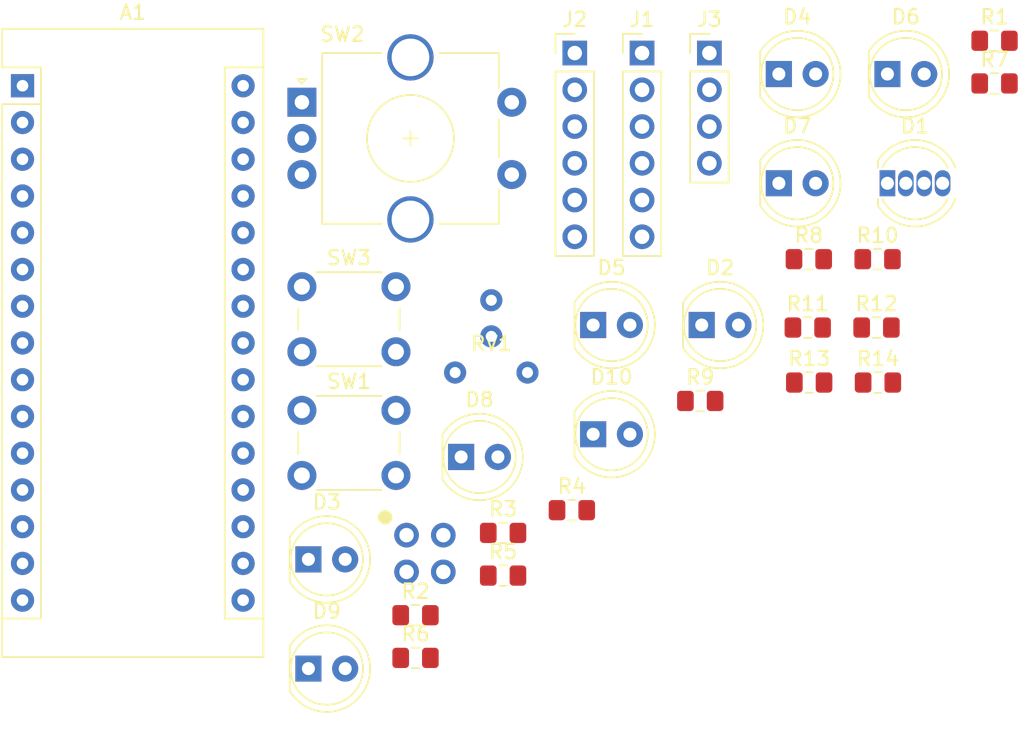
<source format=kicad_pcb>
(kicad_pcb (version 20171130) (host pcbnew "(5.1.0)-1")

  (general
    (thickness 1.6)
    (drawings 0)
    (tracks 0)
    (zones 0)
    (modules 33)
    (nets 32)
  )

  (page A4)
  (layers
    (0 F.Cu signal)
    (31 B.Cu signal)
    (32 B.Adhes user)
    (33 F.Adhes user)
    (34 B.Paste user)
    (35 F.Paste user)
    (36 B.SilkS user)
    (37 F.SilkS user)
    (38 B.Mask user)
    (39 F.Mask user)
    (40 Dwgs.User user)
    (41 Cmts.User user)
    (42 Eco1.User user)
    (43 Eco2.User user)
    (44 Edge.Cuts user)
    (45 Margin user)
    (46 B.CrtYd user)
    (47 F.CrtYd user)
    (48 B.Fab user)
    (49 F.Fab user)
  )

  (setup
    (last_trace_width 0.25)
    (user_trace_width 0.25)
    (user_trace_width 0.3)
    (trace_clearance 0.2)
    (zone_clearance 0.508)
    (zone_45_only no)
    (trace_min 0.2)
    (via_size 0.8)
    (via_drill 0.4)
    (via_min_size 0.4)
    (via_min_drill 0.3)
    (user_via 0.6 0.3)
    (user_via 0.8 0.4)
    (uvia_size 0.3)
    (uvia_drill 0.1)
    (uvias_allowed no)
    (uvia_min_size 0.2)
    (uvia_min_drill 0.1)
    (edge_width 0.05)
    (segment_width 0.2)
    (pcb_text_width 0.3)
    (pcb_text_size 1.5 1.5)
    (mod_edge_width 0.12)
    (mod_text_size 1 1)
    (mod_text_width 0.15)
    (pad_size 1.524 1.524)
    (pad_drill 0.762)
    (pad_to_mask_clearance 0.051)
    (solder_mask_min_width 0.1)
    (aux_axis_origin 0 0)
    (visible_elements 7FFFFFFF)
    (pcbplotparams
      (layerselection 0x010fc_ffffffff)
      (usegerberextensions false)
      (usegerberattributes false)
      (usegerberadvancedattributes false)
      (creategerberjobfile false)
      (excludeedgelayer true)
      (linewidth 0.100000)
      (plotframeref false)
      (viasonmask false)
      (mode 1)
      (useauxorigin false)
      (hpglpennumber 1)
      (hpglpenspeed 20)
      (hpglpendiameter 15.000000)
      (psnegative false)
      (psa4output false)
      (plotreference true)
      (plotvalue true)
      (plotinvisibletext false)
      (padsonsilk false)
      (subtractmaskfromsilk false)
      (outputformat 1)
      (mirror false)
      (drillshape 1)
      (scaleselection 1)
      (outputdirectory ""))
  )

  (net 0 "")
  (net 1 /TX)
  (net 2 /RX)
  (net 3 /CHARILE_1)
  (net 4 GND)
  (net 5 /CHARILE_2)
  (net 6 /BUTTON_1)
  (net 7 /CHARILE_3)
  (net 8 /LED_RED)
  (net 9 /CHARILE_4)
  (net 10 /BUTTON_2)
  (net 11 /SDA)
  (net 12 /LED_GREEN)
  (net 13 /SCL)
  (net 14 /LED_BLUE)
  (net 15 /POT)
  (net 16 /ENCODER_A)
  (net 17 /ENCODER_B)
  (net 18 +5V)
  (net 19 /ENCODER_SW)
  (net 20 /SS)
  (net 21 /MOSI)
  (net 22 /MISO)
  (net 23 /SCK)
  (net 24 "Net-(D1-Pad1)")
  (net 25 "Net-(D10-Pad2)")
  (net 26 "Net-(D2-Pad2)")
  (net 27 "Net-(D10-Pad1)")
  (net 28 "Net-(D3-Pad2)")
  (net 29 "Net-(D1-Pad3)")
  (net 30 "Net-(D1-Pad4)")
  (net 31 +3V3)

  (net_class Default "This is the default net class."
    (clearance 0.2)
    (trace_width 0.25)
    (via_dia 0.8)
    (via_drill 0.4)
    (uvia_dia 0.3)
    (uvia_drill 0.1)
    (add_net +3V3)
    (add_net +5V)
    (add_net /BUTTON_1)
    (add_net /BUTTON_2)
    (add_net /CHARILE_1)
    (add_net /CHARILE_2)
    (add_net /CHARILE_3)
    (add_net /CHARILE_4)
    (add_net /ENCODER_A)
    (add_net /ENCODER_B)
    (add_net /ENCODER_SW)
    (add_net /LED_BLUE)
    (add_net /LED_GREEN)
    (add_net /LED_RED)
    (add_net /MISO)
    (add_net /MOSI)
    (add_net /POT)
    (add_net /RX)
    (add_net /SCK)
    (add_net /SCL)
    (add_net /SDA)
    (add_net /SS)
    (add_net /TX)
    (add_net GND)
    (add_net "Net-(D1-Pad1)")
    (add_net "Net-(D1-Pad3)")
    (add_net "Net-(D1-Pad4)")
    (add_net "Net-(D10-Pad1)")
    (add_net "Net-(D10-Pad2)")
    (add_net "Net-(D2-Pad2)")
    (add_net "Net-(D3-Pad2)")
  )

  (module Resistor_SMD:R_0805_2012Metric_Pad1.15x1.40mm_HandSolder (layer F.Cu) (tedit 5B36C52B) (tstamp 5CA87D06)
    (at 88.95 48.4)
    (descr "Resistor SMD 0805 (2012 Metric), square (rectangular) end terminal, IPC_7351 nominal with elongated pad for handsoldering. (Body size source: https://docs.google.com/spreadsheets/d/1BsfQQcO9C6DZCsRaXUlFlo91Tg2WpOkGARC1WS5S8t0/edit?usp=sharing), generated with kicad-footprint-generator")
    (tags "resistor handsolder")
    (path /5CAD4101)
    (attr smd)
    (fp_text reference R14 (at 0 -1.65) (layer F.SilkS)
      (effects (font (size 1 1) (thickness 0.15)))
    )
    (fp_text value 10K (at 0 1.65) (layer F.Fab)
      (effects (font (size 1 1) (thickness 0.15)))
    )
    (fp_text user %R (at 0 0) (layer F.Fab)
      (effects (font (size 0.5 0.5) (thickness 0.08)))
    )
    (fp_line (start 1.85 0.95) (end -1.85 0.95) (layer F.CrtYd) (width 0.05))
    (fp_line (start 1.85 -0.95) (end 1.85 0.95) (layer F.CrtYd) (width 0.05))
    (fp_line (start -1.85 -0.95) (end 1.85 -0.95) (layer F.CrtYd) (width 0.05))
    (fp_line (start -1.85 0.95) (end -1.85 -0.95) (layer F.CrtYd) (width 0.05))
    (fp_line (start -0.261252 0.71) (end 0.261252 0.71) (layer F.SilkS) (width 0.12))
    (fp_line (start -0.261252 -0.71) (end 0.261252 -0.71) (layer F.SilkS) (width 0.12))
    (fp_line (start 1 0.6) (end -1 0.6) (layer F.Fab) (width 0.1))
    (fp_line (start 1 -0.6) (end 1 0.6) (layer F.Fab) (width 0.1))
    (fp_line (start -1 -0.6) (end 1 -0.6) (layer F.Fab) (width 0.1))
    (fp_line (start -1 0.6) (end -1 -0.6) (layer F.Fab) (width 0.1))
    (pad 2 smd roundrect (at 1.025 0) (size 1.15 1.4) (layers F.Cu F.Paste F.Mask) (roundrect_rratio 0.217391)
      (net 17 /ENCODER_B))
    (pad 1 smd roundrect (at -1.025 0) (size 1.15 1.4) (layers F.Cu F.Paste F.Mask) (roundrect_rratio 0.217391)
      (net 18 +5V))
    (model ${KISYS3DMOD}/Resistor_SMD.3dshapes/R_0805_2012Metric.wrl
      (at (xyz 0 0 0))
      (scale (xyz 1 1 1))
      (rotate (xyz 0 0 0))
    )
  )

  (module Resistor_SMD:R_0805_2012Metric_Pad1.15x1.40mm_HandSolder (layer F.Cu) (tedit 5B36C52B) (tstamp 5CA87CF5)
    (at 84.2 48.4)
    (descr "Resistor SMD 0805 (2012 Metric), square (rectangular) end terminal, IPC_7351 nominal with elongated pad for handsoldering. (Body size source: https://docs.google.com/spreadsheets/d/1BsfQQcO9C6DZCsRaXUlFlo91Tg2WpOkGARC1WS5S8t0/edit?usp=sharing), generated with kicad-footprint-generator")
    (tags "resistor handsolder")
    (path /5CAD3B69)
    (attr smd)
    (fp_text reference R13 (at 0 -1.65) (layer F.SilkS)
      (effects (font (size 1 1) (thickness 0.15)))
    )
    (fp_text value 10K (at 0 1.65) (layer F.Fab)
      (effects (font (size 1 1) (thickness 0.15)))
    )
    (fp_text user %R (at 0 0) (layer F.Fab)
      (effects (font (size 0.5 0.5) (thickness 0.08)))
    )
    (fp_line (start 1.85 0.95) (end -1.85 0.95) (layer F.CrtYd) (width 0.05))
    (fp_line (start 1.85 -0.95) (end 1.85 0.95) (layer F.CrtYd) (width 0.05))
    (fp_line (start -1.85 -0.95) (end 1.85 -0.95) (layer F.CrtYd) (width 0.05))
    (fp_line (start -1.85 0.95) (end -1.85 -0.95) (layer F.CrtYd) (width 0.05))
    (fp_line (start -0.261252 0.71) (end 0.261252 0.71) (layer F.SilkS) (width 0.12))
    (fp_line (start -0.261252 -0.71) (end 0.261252 -0.71) (layer F.SilkS) (width 0.12))
    (fp_line (start 1 0.6) (end -1 0.6) (layer F.Fab) (width 0.1))
    (fp_line (start 1 -0.6) (end 1 0.6) (layer F.Fab) (width 0.1))
    (fp_line (start -1 -0.6) (end 1 -0.6) (layer F.Fab) (width 0.1))
    (fp_line (start -1 0.6) (end -1 -0.6) (layer F.Fab) (width 0.1))
    (pad 2 smd roundrect (at 1.025 0) (size 1.15 1.4) (layers F.Cu F.Paste F.Mask) (roundrect_rratio 0.217391)
      (net 16 /ENCODER_A))
    (pad 1 smd roundrect (at -1.025 0) (size 1.15 1.4) (layers F.Cu F.Paste F.Mask) (roundrect_rratio 0.217391)
      (net 18 +5V))
    (model ${KISYS3DMOD}/Resistor_SMD.3dshapes/R_0805_2012Metric.wrl
      (at (xyz 0 0 0))
      (scale (xyz 1 1 1))
      (rotate (xyz 0 0 0))
    )
  )

  (module Resistor_SMD:R_0805_2012Metric_Pad1.15x1.40mm_HandSolder (layer F.Cu) (tedit 5B36C52B) (tstamp 5CA872B0)
    (at 88.85 44.6)
    (descr "Resistor SMD 0805 (2012 Metric), square (rectangular) end terminal, IPC_7351 nominal with elongated pad for handsoldering. (Body size source: https://docs.google.com/spreadsheets/d/1BsfQQcO9C6DZCsRaXUlFlo91Tg2WpOkGARC1WS5S8t0/edit?usp=sharing), generated with kicad-footprint-generator")
    (tags "resistor handsolder")
    (path /5CA944C6)
    (attr smd)
    (fp_text reference R12 (at 0 -1.65) (layer F.SilkS)
      (effects (font (size 1 1) (thickness 0.15)))
    )
    (fp_text value 4K7 (at 0 1.65) (layer F.Fab)
      (effects (font (size 1 1) (thickness 0.15)))
    )
    (fp_text user %R (at 0 0) (layer F.Fab)
      (effects (font (size 0.5 0.5) (thickness 0.08)))
    )
    (fp_line (start 1.85 0.95) (end -1.85 0.95) (layer F.CrtYd) (width 0.05))
    (fp_line (start 1.85 -0.95) (end 1.85 0.95) (layer F.CrtYd) (width 0.05))
    (fp_line (start -1.85 -0.95) (end 1.85 -0.95) (layer F.CrtYd) (width 0.05))
    (fp_line (start -1.85 0.95) (end -1.85 -0.95) (layer F.CrtYd) (width 0.05))
    (fp_line (start -0.261252 0.71) (end 0.261252 0.71) (layer F.SilkS) (width 0.12))
    (fp_line (start -0.261252 -0.71) (end 0.261252 -0.71) (layer F.SilkS) (width 0.12))
    (fp_line (start 1 0.6) (end -1 0.6) (layer F.Fab) (width 0.1))
    (fp_line (start 1 -0.6) (end 1 0.6) (layer F.Fab) (width 0.1))
    (fp_line (start -1 -0.6) (end 1 -0.6) (layer F.Fab) (width 0.1))
    (fp_line (start -1 0.6) (end -1 -0.6) (layer F.Fab) (width 0.1))
    (pad 2 smd roundrect (at 1.025 0) (size 1.15 1.4) (layers F.Cu F.Paste F.Mask) (roundrect_rratio 0.217391)
      (net 13 /SCL))
    (pad 1 smd roundrect (at -1.025 0) (size 1.15 1.4) (layers F.Cu F.Paste F.Mask) (roundrect_rratio 0.217391)
      (net 18 +5V))
    (model ${KISYS3DMOD}/Resistor_SMD.3dshapes/R_0805_2012Metric.wrl
      (at (xyz 0 0 0))
      (scale (xyz 1 1 1))
      (rotate (xyz 0 0 0))
    )
  )

  (module Resistor_SMD:R_0805_2012Metric_Pad1.15x1.40mm_HandSolder (layer F.Cu) (tedit 5B36C52B) (tstamp 5CA8729F)
    (at 84.1 44.6)
    (descr "Resistor SMD 0805 (2012 Metric), square (rectangular) end terminal, IPC_7351 nominal with elongated pad for handsoldering. (Body size source: https://docs.google.com/spreadsheets/d/1BsfQQcO9C6DZCsRaXUlFlo91Tg2WpOkGARC1WS5S8t0/edit?usp=sharing), generated with kicad-footprint-generator")
    (tags "resistor handsolder")
    (path /5CA94D9B)
    (attr smd)
    (fp_text reference R11 (at 0 -1.65) (layer F.SilkS)
      (effects (font (size 1 1) (thickness 0.15)))
    )
    (fp_text value 4K7 (at 0 1.65) (layer F.Fab)
      (effects (font (size 1 1) (thickness 0.15)))
    )
    (fp_text user %R (at 0 0) (layer F.Fab)
      (effects (font (size 0.5 0.5) (thickness 0.08)))
    )
    (fp_line (start 1.85 0.95) (end -1.85 0.95) (layer F.CrtYd) (width 0.05))
    (fp_line (start 1.85 -0.95) (end 1.85 0.95) (layer F.CrtYd) (width 0.05))
    (fp_line (start -1.85 -0.95) (end 1.85 -0.95) (layer F.CrtYd) (width 0.05))
    (fp_line (start -1.85 0.95) (end -1.85 -0.95) (layer F.CrtYd) (width 0.05))
    (fp_line (start -0.261252 0.71) (end 0.261252 0.71) (layer F.SilkS) (width 0.12))
    (fp_line (start -0.261252 -0.71) (end 0.261252 -0.71) (layer F.SilkS) (width 0.12))
    (fp_line (start 1 0.6) (end -1 0.6) (layer F.Fab) (width 0.1))
    (fp_line (start 1 -0.6) (end 1 0.6) (layer F.Fab) (width 0.1))
    (fp_line (start -1 -0.6) (end 1 -0.6) (layer F.Fab) (width 0.1))
    (fp_line (start -1 0.6) (end -1 -0.6) (layer F.Fab) (width 0.1))
    (pad 2 smd roundrect (at 1.025 0) (size 1.15 1.4) (layers F.Cu F.Paste F.Mask) (roundrect_rratio 0.217391)
      (net 11 /SDA))
    (pad 1 smd roundrect (at -1.025 0) (size 1.15 1.4) (layers F.Cu F.Paste F.Mask) (roundrect_rratio 0.217391)
      (net 18 +5V))
    (model ${KISYS3DMOD}/Resistor_SMD.3dshapes/R_0805_2012Metric.wrl
      (at (xyz 0 0 0))
      (scale (xyz 1 1 1))
      (rotate (xyz 0 0 0))
    )
  )

  (module uC101:PotentiometerAliExpress (layer F.Cu) (tedit 5CA85DE0) (tstamp 5CA94CC9)
    (at 62.240001 45.210001)
    (path /5CA85968)
    (fp_text reference RV1 (at 0 0.5) (layer F.SilkS)
      (effects (font (size 1 1) (thickness 0.15)))
    )
    (fp_text value "10K Pot" (at 0 -5) (layer F.Fab)
      (effects (font (size 1 1) (thickness 0.15)))
    )
    (fp_line (start 4 4) (end -4 4) (layer F.CrtYd) (width 0.12))
    (fp_line (start 4 -4) (end 4 4) (layer F.CrtYd) (width 0.12))
    (fp_line (start -4 -4) (end 4 -4) (layer F.CrtYd) (width 0.12))
    (fp_line (start -4 4) (end -4 -4) (layer F.CrtYd) (width 0.12))
    (pad 1 thru_hole circle (at -2.5 2.5) (size 1.524 1.524) (drill 0.762) (layers *.Cu *.Mask)
      (net 4 GND))
    (pad 3 thru_hole circle (at 2.5 2.5) (size 1.524 1.524) (drill 0.762) (layers *.Cu *.Mask)
      (net 18 +5V))
    (pad 2 thru_hole circle (at 0 0) (size 1.524 1.524) (drill 0.762) (layers *.Cu *.Mask)
      (net 15 /POT))
    (pad 2 thru_hole circle (at 0 -2.5) (size 1.524 1.524) (drill 0.762) (layers *.Cu *.Mask)
      (net 15 /POT))
    (model ${KIPRJMOD}/Libraries/3dModels.3dshapes/Pot.step
      (offset (xyz 0 0 -6))
      (scale (xyz 1 1 1))
      (rotate (xyz -90 0 0))
    )
  )

  (module Rotary_Encoder:RotaryEncoder_Alps_EC11E-Switch_Vertical_H20mm_CircularMountingHoles (layer F.Cu) (tedit 5CA85A64) (tstamp 5CA94D0E)
    (at 49.155001 29.025001)
    (descr "Alps rotary encoder, EC12E... with switch, vertical shaft, mounting holes with circular drills, http://www.alps.com/prod/info/E/HTML/Encoder/Incremental/EC11/EC11E15204A3.html")
    (tags "rotary encoder")
    (path /5CA85DA7)
    (fp_text reference SW2 (at 2.8 -4.7) (layer F.SilkS)
      (effects (font (size 1 1) (thickness 0.15)))
    )
    (fp_text value Rotary_Encoder_Switch (at 7.5 10.4) (layer F.Fab)
      (effects (font (size 1 1) (thickness 0.15)))
    )
    (fp_text user %R (at 11.1 6.3) (layer F.Fab)
      (effects (font (size 1 1) (thickness 0.15)))
    )
    (fp_line (start 7 2.5) (end 8 2.5) (layer F.SilkS) (width 0.12))
    (fp_line (start 7.5 2) (end 7.5 3) (layer F.SilkS) (width 0.12))
    (fp_line (start 13.6 6) (end 13.6 8.4) (layer F.SilkS) (width 0.12))
    (fp_line (start 13.6 1.2) (end 13.6 3.8) (layer F.SilkS) (width 0.12))
    (fp_line (start 13.6 -3.4) (end 13.6 -1) (layer F.SilkS) (width 0.12))
    (fp_line (start 4.5 2.5) (end 10.5 2.5) (layer F.Fab) (width 0.12))
    (fp_line (start 7.5 -0.5) (end 7.5 5.5) (layer F.Fab) (width 0.12))
    (fp_line (start 0.3 -1.6) (end 0 -1.3) (layer F.SilkS) (width 0.12))
    (fp_line (start -0.3 -1.6) (end 0.3 -1.6) (layer F.SilkS) (width 0.12))
    (fp_line (start 0 -1.3) (end -0.3 -1.6) (layer F.SilkS) (width 0.12))
    (fp_line (start 1.4 -3.4) (end 1.4 8.4) (layer F.SilkS) (width 0.12))
    (fp_line (start 5.5 -3.4) (end 1.4 -3.4) (layer F.SilkS) (width 0.12))
    (fp_line (start 5.5 8.4) (end 1.4 8.4) (layer F.SilkS) (width 0.12))
    (fp_line (start 13.6 8.4) (end 9.5 8.4) (layer F.SilkS) (width 0.12))
    (fp_line (start 9.5 -3.4) (end 13.6 -3.4) (layer F.SilkS) (width 0.12))
    (fp_line (start 1.5 -2.2) (end 2.5 -3.3) (layer F.Fab) (width 0.12))
    (fp_line (start 1.5 8.3) (end 1.5 -2.2) (layer F.Fab) (width 0.12))
    (fp_line (start 13.5 8.3) (end 1.5 8.3) (layer F.Fab) (width 0.12))
    (fp_line (start 13.5 -3.3) (end 13.5 8.3) (layer F.Fab) (width 0.12))
    (fp_line (start 2.5 -3.3) (end 13.5 -3.3) (layer F.Fab) (width 0.12))
    (fp_line (start -1.5 -5.2) (end 16 -5.2) (layer F.CrtYd) (width 0.05))
    (fp_line (start -1.5 -5.2) (end -1.5 10.2) (layer F.CrtYd) (width 0.05))
    (fp_line (start 16 10.2) (end 16 -5.2) (layer F.CrtYd) (width 0.05))
    (fp_line (start 16 10.2) (end -1.5 10.2) (layer F.CrtYd) (width 0.05))
    (fp_circle (center 7.5 2.5) (end 10.5 2.5) (layer F.SilkS) (width 0.12))
    (fp_circle (center 7.5 2.5) (end 10.5 2.5) (layer F.Fab) (width 0.12))
    (pad S1 thru_hole circle (at 14.5 5) (size 2 2) (drill 1) (layers *.Cu *.Mask)
      (net 18 +5V))
    (pad S2 thru_hole circle (at 14.5 0) (size 2 2) (drill 1) (layers *.Cu *.Mask)
      (net 19 /ENCODER_SW))
    (pad MP thru_hole circle (at 7.5 8.1) (size 3.2 3.2) (drill 2.6) (layers *.Cu *.Mask))
    (pad MP thru_hole circle (at 7.5 -3.1) (size 3.2 3.2) (drill 2.6) (layers *.Cu *.Mask))
    (pad B thru_hole circle (at 0 5) (size 2 2) (drill 1) (layers *.Cu *.Mask)
      (net 17 /ENCODER_B))
    (pad C thru_hole circle (at 0 2.5) (size 2 2) (drill 1) (layers *.Cu *.Mask)
      (net 4 GND))
    (pad A thru_hole rect (at 0 0) (size 2 2) (drill 1) (layers *.Cu *.Mask)
      (net 16 /ENCODER_A))
    (model ${KISYS3DMOD}/Rotary_Encoder.3dshapes/RotaryEncoder_Alps_EC11E-Switch_Vertical_H20mm_CircularMountingHoles.wrl
      (at (xyz 0 0 0))
      (scale (xyz 1 1 1))
      (rotate (xyz 0 0 0))
    )
    (model ${KIPRJMOD}/Libraries/3dModels.3dshapes/pec11r-4220k_l13-8_w12-4_h26-5.stp
      (offset (xyz 7.5 -2.5 0))
      (scale (xyz 1 1 1))
      (rotate (xyz -90 0 90))
    )
  )

  (module uC101:SAO (layer F.Cu) (tedit 5CA8587F) (tstamp 5CA94C14)
    (at 57.655001 60.220001)
    (path /5CAFB5CA)
    (fp_text reference J4 (at 0 -3) (layer F.Fab)
      (effects (font (size 1 1) (thickness 0.15)))
    )
    (fp_text value SAO_Conn (at 0 3) (layer F.Fab)
      (effects (font (size 1 1) (thickness 0.15)))
    )
    (fp_line (start 2.5 -2.27) (end 2.5 2.27) (layer F.CrtYd) (width 0.05))
    (fp_line (start 2.5 2.27) (end -2.5 2.27) (layer F.CrtYd) (width 0.05))
    (fp_line (start -2.5 2.27) (end -2.5 -2.27) (layer F.CrtYd) (width 0.05))
    (fp_line (start -2.5 -2.27) (end 2.5 -2.27) (layer F.CrtYd) (width 0.05))
    (fp_circle (center -2.75 -2.5) (end -2.7 -2.5) (layer F.SilkS) (width 0.3))
    (fp_circle (center -2.75 -2.5) (end -2.5 -2.5) (layer F.SilkS) (width 0.5))
    (pad 4 thru_hole circle (at 1.27 -1.27 270) (size 1.7 1.7) (drill 1) (layers *.Cu *.Mask)
      (net 11 /SDA))
    (pad 1 thru_hole circle (at -1.27 -1.27 270) (size 1.7 1.7) (drill 1) (layers *.Cu *.Mask)
      (net 31 +3V3))
    (pad 3 thru_hole circle (at 1.27 1.27 270) (size 1.7 1.7) (drill 1) (layers *.Cu *.Mask)
      (net 13 /SCL))
    (pad 2 thru_hole circle (at -1.27 1.27 270) (size 1.7 1.7) (drill 1) (layers *.Cu *.Mask)
      (net 4 GND))
    (model ${KISYS3DMOD}/Connector_PinSocket_2.54mm.3dshapes/PinSocket_2x02_P2.54mm_Vertical.step
      (offset (xyz 1.25 1.25 0))
      (scale (xyz 1 1 1))
      (rotate (xyz 0 0 0))
    )
  )

  (module LED_THT:LED_D5.0mm-4_RGB (layer F.Cu) (tedit 5B74EEBE) (tstamp 5CA94B19)
    (at 89.605001 34.625001)
    (descr "LED, diameter 5.0mm, 2 pins, diameter 5.0mm, 3 pins, diameter 5.0mm, 4 pins, http://www.kingbright.com/attachments/file/psearch/000/00/00/L-154A4SUREQBFZGEW(Ver.9A).pdf")
    (tags "LED diameter 5.0mm 2 pins diameter 5.0mm 3 pins diameter 5.0mm 4 pins RGB RGBLED")
    (path /5CA90E57)
    (fp_text reference D1 (at 1.905 -3.96) (layer F.SilkS)
      (effects (font (size 1 1) (thickness 0.15)))
    )
    (fp_text value LED_RAGB (at 1.905 3.96) (layer F.Fab)
      (effects (font (size 1 1) (thickness 0.15)))
    )
    (fp_text user %R (at 1.905 -3.96) (layer F.Fab)
      (effects (font (size 1 1) (thickness 0.15)))
    )
    (fp_line (start 5.15 -3.25) (end -1.35 -3.25) (layer F.CrtYd) (width 0.05))
    (fp_line (start 5.15 3.25) (end 5.15 -3.25) (layer F.CrtYd) (width 0.05))
    (fp_line (start -1.35 3.25) (end 5.15 3.25) (layer F.CrtYd) (width 0.05))
    (fp_line (start -1.35 -3.25) (end -1.35 3.25) (layer F.CrtYd) (width 0.05))
    (fp_line (start -0.655 1.08) (end -0.655 1.545) (layer F.SilkS) (width 0.12))
    (fp_line (start -0.655 -1.545) (end -0.655 -1.08) (layer F.SilkS) (width 0.12))
    (fp_line (start -0.595 -1.469694) (end -0.595 1.469694) (layer F.Fab) (width 0.1))
    (fp_circle (center 1.905 0) (end 4.405 0) (layer F.Fab) (width 0.1))
    (fp_arc (start 1.905 0) (end -0.349684 1.08) (angle -128.8) (layer F.SilkS) (width 0.12))
    (fp_arc (start 1.905 0) (end -0.349684 -1.08) (angle 128.8) (layer F.SilkS) (width 0.12))
    (fp_arc (start 1.905 0) (end -0.655 1.54483) (angle -127.7) (layer F.SilkS) (width 0.12))
    (fp_arc (start 1.905 0) (end -0.655 -1.54483) (angle 127.7) (layer F.SilkS) (width 0.12))
    (fp_arc (start 1.905 0) (end -0.595 -1.469694) (angle 299.1) (layer F.Fab) (width 0.1))
    (pad 4 thru_hole oval (at 3.81 0) (size 1.07 1.8) (drill 0.9) (layers *.Cu *.Mask)
      (net 30 "Net-(D1-Pad4)"))
    (pad 3 thru_hole oval (at 2.54 0) (size 1.07 1.8) (drill 0.9) (layers *.Cu *.Mask)
      (net 29 "Net-(D1-Pad3)"))
    (pad 2 thru_hole oval (at 1.27 0) (size 1.07 1.8) (drill 0.9) (layers *.Cu *.Mask)
      (net 18 +5V))
    (pad 1 thru_hole rect (at 0 0) (size 1.07 1.8) (drill 0.9) (layers *.Cu *.Mask)
      (net 24 "Net-(D1-Pad1)"))
    (model ${KISYS3DMOD}/LED_THT.3dshapes/LED_D5.0mm-4_RGB.wrl
      (at (xyz 0 0 0))
      (scale (xyz 1 1 1))
      (rotate (xyz 0 0 0))
    )
  )

  (module Module:Arduino_Nano (layer F.Cu) (tedit 58ACAF70) (tstamp 5CA94B07)
    (at 29.855001 27.885001)
    (descr "Arduino Nano, http://www.mouser.com/pdfdocs/Gravitech_Arduino_Nano3_0.pdf")
    (tags "Arduino Nano")
    (path /5CA84547)
    (fp_text reference A1 (at 7.62 -5.08) (layer F.SilkS)
      (effects (font (size 1 1) (thickness 0.15)))
    )
    (fp_text value Arduino_Nano_v3.x (at 8.89 19.05 90) (layer F.Fab)
      (effects (font (size 1 1) (thickness 0.15)))
    )
    (fp_text user %R (at 6.35 19.05 90) (layer F.Fab)
      (effects (font (size 1 1) (thickness 0.15)))
    )
    (fp_line (start 1.27 1.27) (end 1.27 -1.27) (layer F.SilkS) (width 0.12))
    (fp_line (start 1.27 -1.27) (end -1.4 -1.27) (layer F.SilkS) (width 0.12))
    (fp_line (start -1.4 1.27) (end -1.4 39.5) (layer F.SilkS) (width 0.12))
    (fp_line (start -1.4 -3.94) (end -1.4 -1.27) (layer F.SilkS) (width 0.12))
    (fp_line (start 13.97 -1.27) (end 16.64 -1.27) (layer F.SilkS) (width 0.12))
    (fp_line (start 13.97 -1.27) (end 13.97 36.83) (layer F.SilkS) (width 0.12))
    (fp_line (start 13.97 36.83) (end 16.64 36.83) (layer F.SilkS) (width 0.12))
    (fp_line (start 1.27 1.27) (end -1.4 1.27) (layer F.SilkS) (width 0.12))
    (fp_line (start 1.27 1.27) (end 1.27 36.83) (layer F.SilkS) (width 0.12))
    (fp_line (start 1.27 36.83) (end -1.4 36.83) (layer F.SilkS) (width 0.12))
    (fp_line (start 3.81 31.75) (end 11.43 31.75) (layer F.Fab) (width 0.1))
    (fp_line (start 11.43 31.75) (end 11.43 41.91) (layer F.Fab) (width 0.1))
    (fp_line (start 11.43 41.91) (end 3.81 41.91) (layer F.Fab) (width 0.1))
    (fp_line (start 3.81 41.91) (end 3.81 31.75) (layer F.Fab) (width 0.1))
    (fp_line (start -1.4 39.5) (end 16.64 39.5) (layer F.SilkS) (width 0.12))
    (fp_line (start 16.64 39.5) (end 16.64 -3.94) (layer F.SilkS) (width 0.12))
    (fp_line (start 16.64 -3.94) (end -1.4 -3.94) (layer F.SilkS) (width 0.12))
    (fp_line (start 16.51 39.37) (end -1.27 39.37) (layer F.Fab) (width 0.1))
    (fp_line (start -1.27 39.37) (end -1.27 -2.54) (layer F.Fab) (width 0.1))
    (fp_line (start -1.27 -2.54) (end 0 -3.81) (layer F.Fab) (width 0.1))
    (fp_line (start 0 -3.81) (end 16.51 -3.81) (layer F.Fab) (width 0.1))
    (fp_line (start 16.51 -3.81) (end 16.51 39.37) (layer F.Fab) (width 0.1))
    (fp_line (start -1.53 -4.06) (end 16.75 -4.06) (layer F.CrtYd) (width 0.05))
    (fp_line (start -1.53 -4.06) (end -1.53 42.16) (layer F.CrtYd) (width 0.05))
    (fp_line (start 16.75 42.16) (end 16.75 -4.06) (layer F.CrtYd) (width 0.05))
    (fp_line (start 16.75 42.16) (end -1.53 42.16) (layer F.CrtYd) (width 0.05))
    (pad 1 thru_hole rect (at 0 0) (size 1.6 1.6) (drill 0.8) (layers *.Cu *.Mask)
      (net 1 /TX))
    (pad 17 thru_hole oval (at 15.24 33.02) (size 1.6 1.6) (drill 0.8) (layers *.Cu *.Mask)
      (net 31 +3V3))
    (pad 2 thru_hole oval (at 0 2.54) (size 1.6 1.6) (drill 0.8) (layers *.Cu *.Mask)
      (net 2 /RX))
    (pad 18 thru_hole oval (at 15.24 30.48) (size 1.6 1.6) (drill 0.8) (layers *.Cu *.Mask))
    (pad 3 thru_hole oval (at 0 5.08) (size 1.6 1.6) (drill 0.8) (layers *.Cu *.Mask))
    (pad 19 thru_hole oval (at 15.24 27.94) (size 1.6 1.6) (drill 0.8) (layers *.Cu *.Mask)
      (net 3 /CHARILE_1))
    (pad 4 thru_hole oval (at 0 7.62) (size 1.6 1.6) (drill 0.8) (layers *.Cu *.Mask)
      (net 4 GND))
    (pad 20 thru_hole oval (at 15.24 25.4) (size 1.6 1.6) (drill 0.8) (layers *.Cu *.Mask)
      (net 5 /CHARILE_2))
    (pad 5 thru_hole oval (at 0 10.16) (size 1.6 1.6) (drill 0.8) (layers *.Cu *.Mask)
      (net 6 /BUTTON_1))
    (pad 21 thru_hole oval (at 15.24 22.86) (size 1.6 1.6) (drill 0.8) (layers *.Cu *.Mask)
      (net 7 /CHARILE_3))
    (pad 6 thru_hole oval (at 0 12.7) (size 1.6 1.6) (drill 0.8) (layers *.Cu *.Mask)
      (net 8 /LED_RED))
    (pad 22 thru_hole oval (at 15.24 20.32) (size 1.6 1.6) (drill 0.8) (layers *.Cu *.Mask)
      (net 9 /CHARILE_4))
    (pad 7 thru_hole oval (at 0 15.24) (size 1.6 1.6) (drill 0.8) (layers *.Cu *.Mask)
      (net 10 /BUTTON_2))
    (pad 23 thru_hole oval (at 15.24 17.78) (size 1.6 1.6) (drill 0.8) (layers *.Cu *.Mask)
      (net 11 /SDA))
    (pad 8 thru_hole oval (at 0 17.78) (size 1.6 1.6) (drill 0.8) (layers *.Cu *.Mask)
      (net 12 /LED_GREEN))
    (pad 24 thru_hole oval (at 15.24 15.24) (size 1.6 1.6) (drill 0.8) (layers *.Cu *.Mask)
      (net 13 /SCL))
    (pad 9 thru_hole oval (at 0 20.32) (size 1.6 1.6) (drill 0.8) (layers *.Cu *.Mask)
      (net 14 /LED_BLUE))
    (pad 25 thru_hole oval (at 15.24 12.7) (size 1.6 1.6) (drill 0.8) (layers *.Cu *.Mask)
      (net 15 /POT))
    (pad 10 thru_hole oval (at 0 22.86) (size 1.6 1.6) (drill 0.8) (layers *.Cu *.Mask)
      (net 16 /ENCODER_A))
    (pad 26 thru_hole oval (at 15.24 10.16) (size 1.6 1.6) (drill 0.8) (layers *.Cu *.Mask))
    (pad 11 thru_hole oval (at 0 25.4) (size 1.6 1.6) (drill 0.8) (layers *.Cu *.Mask)
      (net 17 /ENCODER_B))
    (pad 27 thru_hole oval (at 15.24 7.62) (size 1.6 1.6) (drill 0.8) (layers *.Cu *.Mask)
      (net 18 +5V))
    (pad 12 thru_hole oval (at 0 27.94) (size 1.6 1.6) (drill 0.8) (layers *.Cu *.Mask)
      (net 19 /ENCODER_SW))
    (pad 28 thru_hole oval (at 15.24 5.08) (size 1.6 1.6) (drill 0.8) (layers *.Cu *.Mask))
    (pad 13 thru_hole oval (at 0 30.48) (size 1.6 1.6) (drill 0.8) (layers *.Cu *.Mask)
      (net 20 /SS))
    (pad 29 thru_hole oval (at 15.24 2.54) (size 1.6 1.6) (drill 0.8) (layers *.Cu *.Mask)
      (net 4 GND))
    (pad 14 thru_hole oval (at 0 33.02) (size 1.6 1.6) (drill 0.8) (layers *.Cu *.Mask)
      (net 21 /MOSI))
    (pad 30 thru_hole oval (at 15.24 0) (size 1.6 1.6) (drill 0.8) (layers *.Cu *.Mask))
    (pad 15 thru_hole oval (at 0 35.56) (size 1.6 1.6) (drill 0.8) (layers *.Cu *.Mask)
      (net 22 /MISO))
    (pad 16 thru_hole oval (at 15.24 35.56) (size 1.6 1.6) (drill 0.8) (layers *.Cu *.Mask)
      (net 23 /SCK))
    (model ${KISYS3DMOD}/Module.3dshapes/Arduino_Nano_WithMountingHoles.wrl
      (at (xyz 0 0 0))
      (scale (xyz 1 1 1))
      (rotate (xyz 0 0 0))
    )
    (model "${KIPRJMOD}/Libraries/3dModels.3dshapes/arduino nano.STEP"
      (offset (xyz 15.25 -35.55 2.5))
      (scale (xyz 1 1 1))
      (rotate (xyz 90 -180 90))
    )
  )

  (module LED_THT:LED_D5.0mm (layer F.Cu) (tedit 5995936A) (tstamp 5CA94B2B)
    (at 76.775001 44.425001)
    (descr "LED, diameter 5.0mm, 2 pins, http://cdn-reichelt.de/documents/datenblatt/A500/LL-504BC2E-009.pdf")
    (tags "LED diameter 5.0mm 2 pins")
    (path /5CA94690)
    (fp_text reference D2 (at 1.27 -3.96) (layer F.SilkS)
      (effects (font (size 1 1) (thickness 0.15)))
    )
    (fp_text value LED (at 1.27 3.96) (layer F.Fab)
      (effects (font (size 1 1) (thickness 0.15)))
    )
    (fp_arc (start 1.27 0) (end -1.23 -1.469694) (angle 299.1) (layer F.Fab) (width 0.1))
    (fp_arc (start 1.27 0) (end -1.29 -1.54483) (angle 148.9) (layer F.SilkS) (width 0.12))
    (fp_arc (start 1.27 0) (end -1.29 1.54483) (angle -148.9) (layer F.SilkS) (width 0.12))
    (fp_circle (center 1.27 0) (end 3.77 0) (layer F.Fab) (width 0.1))
    (fp_circle (center 1.27 0) (end 3.77 0) (layer F.SilkS) (width 0.12))
    (fp_line (start -1.23 -1.469694) (end -1.23 1.469694) (layer F.Fab) (width 0.1))
    (fp_line (start -1.29 -1.545) (end -1.29 1.545) (layer F.SilkS) (width 0.12))
    (fp_line (start -1.95 -3.25) (end -1.95 3.25) (layer F.CrtYd) (width 0.05))
    (fp_line (start -1.95 3.25) (end 4.5 3.25) (layer F.CrtYd) (width 0.05))
    (fp_line (start 4.5 3.25) (end 4.5 -3.25) (layer F.CrtYd) (width 0.05))
    (fp_line (start 4.5 -3.25) (end -1.95 -3.25) (layer F.CrtYd) (width 0.05))
    (fp_text user %R (at 1.25 0) (layer F.Fab)
      (effects (font (size 0.8 0.8) (thickness 0.2)))
    )
    (pad 1 thru_hole rect (at 0 0) (size 1.8 1.8) (drill 0.9) (layers *.Cu *.Mask)
      (net 25 "Net-(D10-Pad2)"))
    (pad 2 thru_hole circle (at 2.54 0) (size 1.8 1.8) (drill 0.9) (layers *.Cu *.Mask)
      (net 26 "Net-(D2-Pad2)"))
    (model ${KISYS3DMOD}/LED_THT.3dshapes/LED_D5.0mm.wrl
      (at (xyz 0 0 0))
      (scale (xyz 1 1 1))
      (rotate (xyz 0 0 0))
    )
  )

  (module LED_THT:LED_D5.0mm (layer F.Cu) (tedit 5995936A) (tstamp 5CA94B3D)
    (at 49.605001 60.625001)
    (descr "LED, diameter 5.0mm, 2 pins, http://cdn-reichelt.de/documents/datenblatt/A500/LL-504BC2E-009.pdf")
    (tags "LED diameter 5.0mm 2 pins")
    (path /5CABE221)
    (fp_text reference D3 (at 1.27 -3.96) (layer F.SilkS)
      (effects (font (size 1 1) (thickness 0.15)))
    )
    (fp_text value LED (at 1.27 3.96) (layer F.Fab)
      (effects (font (size 1 1) (thickness 0.15)))
    )
    (fp_arc (start 1.27 0) (end -1.23 -1.469694) (angle 299.1) (layer F.Fab) (width 0.1))
    (fp_arc (start 1.27 0) (end -1.29 -1.54483) (angle 148.9) (layer F.SilkS) (width 0.12))
    (fp_arc (start 1.27 0) (end -1.29 1.54483) (angle -148.9) (layer F.SilkS) (width 0.12))
    (fp_circle (center 1.27 0) (end 3.77 0) (layer F.Fab) (width 0.1))
    (fp_circle (center 1.27 0) (end 3.77 0) (layer F.SilkS) (width 0.12))
    (fp_line (start -1.23 -1.469694) (end -1.23 1.469694) (layer F.Fab) (width 0.1))
    (fp_line (start -1.29 -1.545) (end -1.29 1.545) (layer F.SilkS) (width 0.12))
    (fp_line (start -1.95 -3.25) (end -1.95 3.25) (layer F.CrtYd) (width 0.05))
    (fp_line (start -1.95 3.25) (end 4.5 3.25) (layer F.CrtYd) (width 0.05))
    (fp_line (start 4.5 3.25) (end 4.5 -3.25) (layer F.CrtYd) (width 0.05))
    (fp_line (start 4.5 -3.25) (end -1.95 -3.25) (layer F.CrtYd) (width 0.05))
    (fp_text user %R (at 1.25 0) (layer F.Fab)
      (effects (font (size 0.8 0.8) (thickness 0.2)))
    )
    (pad 1 thru_hole rect (at 0 0) (size 1.8 1.8) (drill 0.9) (layers *.Cu *.Mask)
      (net 27 "Net-(D10-Pad1)"))
    (pad 2 thru_hole circle (at 2.54 0) (size 1.8 1.8) (drill 0.9) (layers *.Cu *.Mask)
      (net 28 "Net-(D3-Pad2)"))
    (model ${KISYS3DMOD}/LED_THT.3dshapes/LED_D5.0mm.wrl
      (at (xyz 0 0 0))
      (scale (xyz 1 1 1))
      (rotate (xyz 0 0 0))
    )
  )

  (module LED_THT:LED_D5.0mm (layer F.Cu) (tedit 5995936A) (tstamp 5CA94B4F)
    (at 82.105001 27.075001)
    (descr "LED, diameter 5.0mm, 2 pins, http://cdn-reichelt.de/documents/datenblatt/A500/LL-504BC2E-009.pdf")
    (tags "LED diameter 5.0mm 2 pins")
    (path /5CA94B8E)
    (fp_text reference D4 (at 1.27 -3.96) (layer F.SilkS)
      (effects (font (size 1 1) (thickness 0.15)))
    )
    (fp_text value LED (at 1.27 3.96) (layer F.Fab)
      (effects (font (size 1 1) (thickness 0.15)))
    )
    (fp_text user %R (at 1.25 0) (layer F.Fab)
      (effects (font (size 0.8 0.8) (thickness 0.2)))
    )
    (fp_line (start 4.5 -3.25) (end -1.95 -3.25) (layer F.CrtYd) (width 0.05))
    (fp_line (start 4.5 3.25) (end 4.5 -3.25) (layer F.CrtYd) (width 0.05))
    (fp_line (start -1.95 3.25) (end 4.5 3.25) (layer F.CrtYd) (width 0.05))
    (fp_line (start -1.95 -3.25) (end -1.95 3.25) (layer F.CrtYd) (width 0.05))
    (fp_line (start -1.29 -1.545) (end -1.29 1.545) (layer F.SilkS) (width 0.12))
    (fp_line (start -1.23 -1.469694) (end -1.23 1.469694) (layer F.Fab) (width 0.1))
    (fp_circle (center 1.27 0) (end 3.77 0) (layer F.SilkS) (width 0.12))
    (fp_circle (center 1.27 0) (end 3.77 0) (layer F.Fab) (width 0.1))
    (fp_arc (start 1.27 0) (end -1.29 1.54483) (angle -148.9) (layer F.SilkS) (width 0.12))
    (fp_arc (start 1.27 0) (end -1.29 -1.54483) (angle 148.9) (layer F.SilkS) (width 0.12))
    (fp_arc (start 1.27 0) (end -1.23 -1.469694) (angle 299.1) (layer F.Fab) (width 0.1))
    (pad 2 thru_hole circle (at 2.54 0) (size 1.8 1.8) (drill 0.9) (layers *.Cu *.Mask)
      (net 25 "Net-(D10-Pad2)"))
    (pad 1 thru_hole rect (at 0 0) (size 1.8 1.8) (drill 0.9) (layers *.Cu *.Mask)
      (net 26 "Net-(D2-Pad2)"))
    (model ${KISYS3DMOD}/LED_THT.3dshapes/LED_D5.0mm.wrl
      (at (xyz 0 0 0))
      (scale (xyz 1 1 1))
      (rotate (xyz 0 0 0))
    )
  )

  (module LED_THT:LED_D5.0mm (layer F.Cu) (tedit 5995936A) (tstamp 5CA94B61)
    (at 69.275001 44.425001)
    (descr "LED, diameter 5.0mm, 2 pins, http://cdn-reichelt.de/documents/datenblatt/A500/LL-504BC2E-009.pdf")
    (tags "LED diameter 5.0mm 2 pins")
    (path /5CABE227)
    (fp_text reference D5 (at 1.27 -3.96) (layer F.SilkS)
      (effects (font (size 1 1) (thickness 0.15)))
    )
    (fp_text value LED (at 1.27 3.96) (layer F.Fab)
      (effects (font (size 1 1) (thickness 0.15)))
    )
    (fp_text user %R (at 1.25 0) (layer F.Fab)
      (effects (font (size 0.8 0.8) (thickness 0.2)))
    )
    (fp_line (start 4.5 -3.25) (end -1.95 -3.25) (layer F.CrtYd) (width 0.05))
    (fp_line (start 4.5 3.25) (end 4.5 -3.25) (layer F.CrtYd) (width 0.05))
    (fp_line (start -1.95 3.25) (end 4.5 3.25) (layer F.CrtYd) (width 0.05))
    (fp_line (start -1.95 -3.25) (end -1.95 3.25) (layer F.CrtYd) (width 0.05))
    (fp_line (start -1.29 -1.545) (end -1.29 1.545) (layer F.SilkS) (width 0.12))
    (fp_line (start -1.23 -1.469694) (end -1.23 1.469694) (layer F.Fab) (width 0.1))
    (fp_circle (center 1.27 0) (end 3.77 0) (layer F.SilkS) (width 0.12))
    (fp_circle (center 1.27 0) (end 3.77 0) (layer F.Fab) (width 0.1))
    (fp_arc (start 1.27 0) (end -1.29 1.54483) (angle -148.9) (layer F.SilkS) (width 0.12))
    (fp_arc (start 1.27 0) (end -1.29 -1.54483) (angle 148.9) (layer F.SilkS) (width 0.12))
    (fp_arc (start 1.27 0) (end -1.23 -1.469694) (angle 299.1) (layer F.Fab) (width 0.1))
    (pad 2 thru_hole circle (at 2.54 0) (size 1.8 1.8) (drill 0.9) (layers *.Cu *.Mask)
      (net 27 "Net-(D10-Pad1)"))
    (pad 1 thru_hole rect (at 0 0) (size 1.8 1.8) (drill 0.9) (layers *.Cu *.Mask)
      (net 28 "Net-(D3-Pad2)"))
    (model ${KISYS3DMOD}/LED_THT.3dshapes/LED_D5.0mm.wrl
      (at (xyz 0 0 0))
      (scale (xyz 1 1 1))
      (rotate (xyz 0 0 0))
    )
  )

  (module LED_THT:LED_D5.0mm (layer F.Cu) (tedit 5995936A) (tstamp 5CA94B73)
    (at 89.605001 27.075001)
    (descr "LED, diameter 5.0mm, 2 pins, http://cdn-reichelt.de/documents/datenblatt/A500/LL-504BC2E-009.pdf")
    (tags "LED diameter 5.0mm 2 pins")
    (path /5CABCD8B)
    (fp_text reference D6 (at 1.27 -3.96) (layer F.SilkS)
      (effects (font (size 1 1) (thickness 0.15)))
    )
    (fp_text value LED (at 1.27 3.96) (layer F.Fab)
      (effects (font (size 1 1) (thickness 0.15)))
    )
    (fp_arc (start 1.27 0) (end -1.23 -1.469694) (angle 299.1) (layer F.Fab) (width 0.1))
    (fp_arc (start 1.27 0) (end -1.29 -1.54483) (angle 148.9) (layer F.SilkS) (width 0.12))
    (fp_arc (start 1.27 0) (end -1.29 1.54483) (angle -148.9) (layer F.SilkS) (width 0.12))
    (fp_circle (center 1.27 0) (end 3.77 0) (layer F.Fab) (width 0.1))
    (fp_circle (center 1.27 0) (end 3.77 0) (layer F.SilkS) (width 0.12))
    (fp_line (start -1.23 -1.469694) (end -1.23 1.469694) (layer F.Fab) (width 0.1))
    (fp_line (start -1.29 -1.545) (end -1.29 1.545) (layer F.SilkS) (width 0.12))
    (fp_line (start -1.95 -3.25) (end -1.95 3.25) (layer F.CrtYd) (width 0.05))
    (fp_line (start -1.95 3.25) (end 4.5 3.25) (layer F.CrtYd) (width 0.05))
    (fp_line (start 4.5 3.25) (end 4.5 -3.25) (layer F.CrtYd) (width 0.05))
    (fp_line (start 4.5 -3.25) (end -1.95 -3.25) (layer F.CrtYd) (width 0.05))
    (fp_text user %R (at 1.25 0) (layer F.Fab)
      (effects (font (size 0.8 0.8) (thickness 0.2)))
    )
    (pad 1 thru_hole rect (at 0 0) (size 1.8 1.8) (drill 0.9) (layers *.Cu *.Mask)
      (net 28 "Net-(D3-Pad2)"))
    (pad 2 thru_hole circle (at 2.54 0) (size 1.8 1.8) (drill 0.9) (layers *.Cu *.Mask)
      (net 25 "Net-(D10-Pad2)"))
    (model ${KISYS3DMOD}/LED_THT.3dshapes/LED_D5.0mm.wrl
      (at (xyz 0 0 0))
      (scale (xyz 1 1 1))
      (rotate (xyz 0 0 0))
    )
  )

  (module LED_THT:LED_D5.0mm (layer F.Cu) (tedit 5995936A) (tstamp 5CA94B85)
    (at 82.105001 34.625001)
    (descr "LED, diameter 5.0mm, 2 pins, http://cdn-reichelt.de/documents/datenblatt/A500/LL-504BC2E-009.pdf")
    (tags "LED diameter 5.0mm 2 pins")
    (path /5CABCD91)
    (fp_text reference D7 (at 1.27 -3.96) (layer F.SilkS)
      (effects (font (size 1 1) (thickness 0.15)))
    )
    (fp_text value LED (at 1.27 3.96) (layer F.Fab)
      (effects (font (size 1 1) (thickness 0.15)))
    )
    (fp_text user %R (at 1.25 0) (layer F.Fab)
      (effects (font (size 0.8 0.8) (thickness 0.2)))
    )
    (fp_line (start 4.5 -3.25) (end -1.95 -3.25) (layer F.CrtYd) (width 0.05))
    (fp_line (start 4.5 3.25) (end 4.5 -3.25) (layer F.CrtYd) (width 0.05))
    (fp_line (start -1.95 3.25) (end 4.5 3.25) (layer F.CrtYd) (width 0.05))
    (fp_line (start -1.95 -3.25) (end -1.95 3.25) (layer F.CrtYd) (width 0.05))
    (fp_line (start -1.29 -1.545) (end -1.29 1.545) (layer F.SilkS) (width 0.12))
    (fp_line (start -1.23 -1.469694) (end -1.23 1.469694) (layer F.Fab) (width 0.1))
    (fp_circle (center 1.27 0) (end 3.77 0) (layer F.SilkS) (width 0.12))
    (fp_circle (center 1.27 0) (end 3.77 0) (layer F.Fab) (width 0.1))
    (fp_arc (start 1.27 0) (end -1.29 1.54483) (angle -148.9) (layer F.SilkS) (width 0.12))
    (fp_arc (start 1.27 0) (end -1.29 -1.54483) (angle 148.9) (layer F.SilkS) (width 0.12))
    (fp_arc (start 1.27 0) (end -1.23 -1.469694) (angle 299.1) (layer F.Fab) (width 0.1))
    (pad 2 thru_hole circle (at 2.54 0) (size 1.8 1.8) (drill 0.9) (layers *.Cu *.Mask)
      (net 28 "Net-(D3-Pad2)"))
    (pad 1 thru_hole rect (at 0 0) (size 1.8 1.8) (drill 0.9) (layers *.Cu *.Mask)
      (net 25 "Net-(D10-Pad2)"))
    (model ${KISYS3DMOD}/LED_THT.3dshapes/LED_D5.0mm.wrl
      (at (xyz 0 0 0))
      (scale (xyz 1 1 1))
      (rotate (xyz 0 0 0))
    )
  )

  (module LED_THT:LED_D5.0mm (layer F.Cu) (tedit 5995936A) (tstamp 5CA94B97)
    (at 60.155001 53.545001)
    (descr "LED, diameter 5.0mm, 2 pins, http://cdn-reichelt.de/documents/datenblatt/A500/LL-504BC2E-009.pdf")
    (tags "LED diameter 5.0mm 2 pins")
    (path /5CAC4133)
    (fp_text reference D8 (at 1.27 -3.96) (layer F.SilkS)
      (effects (font (size 1 1) (thickness 0.15)))
    )
    (fp_text value LED (at 1.27 3.96) (layer F.Fab)
      (effects (font (size 1 1) (thickness 0.15)))
    )
    (fp_arc (start 1.27 0) (end -1.23 -1.469694) (angle 299.1) (layer F.Fab) (width 0.1))
    (fp_arc (start 1.27 0) (end -1.29 -1.54483) (angle 148.9) (layer F.SilkS) (width 0.12))
    (fp_arc (start 1.27 0) (end -1.29 1.54483) (angle -148.9) (layer F.SilkS) (width 0.12))
    (fp_circle (center 1.27 0) (end 3.77 0) (layer F.Fab) (width 0.1))
    (fp_circle (center 1.27 0) (end 3.77 0) (layer F.SilkS) (width 0.12))
    (fp_line (start -1.23 -1.469694) (end -1.23 1.469694) (layer F.Fab) (width 0.1))
    (fp_line (start -1.29 -1.545) (end -1.29 1.545) (layer F.SilkS) (width 0.12))
    (fp_line (start -1.95 -3.25) (end -1.95 3.25) (layer F.CrtYd) (width 0.05))
    (fp_line (start -1.95 3.25) (end 4.5 3.25) (layer F.CrtYd) (width 0.05))
    (fp_line (start 4.5 3.25) (end 4.5 -3.25) (layer F.CrtYd) (width 0.05))
    (fp_line (start 4.5 -3.25) (end -1.95 -3.25) (layer F.CrtYd) (width 0.05))
    (fp_text user %R (at 1.25 0) (layer F.Fab)
      (effects (font (size 0.8 0.8) (thickness 0.2)))
    )
    (pad 1 thru_hole rect (at 0 0) (size 1.8 1.8) (drill 0.9) (layers *.Cu *.Mask)
      (net 28 "Net-(D3-Pad2)"))
    (pad 2 thru_hole circle (at 2.54 0) (size 1.8 1.8) (drill 0.9) (layers *.Cu *.Mask)
      (net 26 "Net-(D2-Pad2)"))
    (model ${KISYS3DMOD}/LED_THT.3dshapes/LED_D5.0mm.wrl
      (at (xyz 0 0 0))
      (scale (xyz 1 1 1))
      (rotate (xyz 0 0 0))
    )
  )

  (module LED_THT:LED_D5.0mm (layer F.Cu) (tedit 5995936A) (tstamp 5CA94BA9)
    (at 49.605001 68.175001)
    (descr "LED, diameter 5.0mm, 2 pins, http://cdn-reichelt.de/documents/datenblatt/A500/LL-504BC2E-009.pdf")
    (tags "LED diameter 5.0mm 2 pins")
    (path /5CAC4139)
    (fp_text reference D9 (at 1.27 -3.96) (layer F.SilkS)
      (effects (font (size 1 1) (thickness 0.15)))
    )
    (fp_text value LED (at 1.27 3.96) (layer F.Fab)
      (effects (font (size 1 1) (thickness 0.15)))
    )
    (fp_arc (start 1.27 0) (end -1.23 -1.469694) (angle 299.1) (layer F.Fab) (width 0.1))
    (fp_arc (start 1.27 0) (end -1.29 -1.54483) (angle 148.9) (layer F.SilkS) (width 0.12))
    (fp_arc (start 1.27 0) (end -1.29 1.54483) (angle -148.9) (layer F.SilkS) (width 0.12))
    (fp_circle (center 1.27 0) (end 3.77 0) (layer F.Fab) (width 0.1))
    (fp_circle (center 1.27 0) (end 3.77 0) (layer F.SilkS) (width 0.12))
    (fp_line (start -1.23 -1.469694) (end -1.23 1.469694) (layer F.Fab) (width 0.1))
    (fp_line (start -1.29 -1.545) (end -1.29 1.545) (layer F.SilkS) (width 0.12))
    (fp_line (start -1.95 -3.25) (end -1.95 3.25) (layer F.CrtYd) (width 0.05))
    (fp_line (start -1.95 3.25) (end 4.5 3.25) (layer F.CrtYd) (width 0.05))
    (fp_line (start 4.5 3.25) (end 4.5 -3.25) (layer F.CrtYd) (width 0.05))
    (fp_line (start 4.5 -3.25) (end -1.95 -3.25) (layer F.CrtYd) (width 0.05))
    (fp_text user %R (at 1.25 0) (layer F.Fab)
      (effects (font (size 0.8 0.8) (thickness 0.2)))
    )
    (pad 1 thru_hole rect (at 0 0) (size 1.8 1.8) (drill 0.9) (layers *.Cu *.Mask)
      (net 26 "Net-(D2-Pad2)"))
    (pad 2 thru_hole circle (at 2.54 0) (size 1.8 1.8) (drill 0.9) (layers *.Cu *.Mask)
      (net 28 "Net-(D3-Pad2)"))
    (model ${KISYS3DMOD}/LED_THT.3dshapes/LED_D5.0mm.wrl
      (at (xyz 0 0 0))
      (scale (xyz 1 1 1))
      (rotate (xyz 0 0 0))
    )
  )

  (module LED_THT:LED_D5.0mm (layer F.Cu) (tedit 5995936A) (tstamp 5CA94BBB)
    (at 69.275001 51.975001)
    (descr "LED, diameter 5.0mm, 2 pins, http://cdn-reichelt.de/documents/datenblatt/A500/LL-504BC2E-009.pdf")
    (tags "LED diameter 5.0mm 2 pins")
    (path /5CACB5BA)
    (fp_text reference D10 (at 1.27 -3.96) (layer F.SilkS)
      (effects (font (size 1 1) (thickness 0.15)))
    )
    (fp_text value LED (at 1.27 3.96) (layer F.Fab)
      (effects (font (size 1 1) (thickness 0.15)))
    )
    (fp_text user %R (at 1.25 0) (layer F.Fab)
      (effects (font (size 0.8 0.8) (thickness 0.2)))
    )
    (fp_line (start 4.5 -3.25) (end -1.95 -3.25) (layer F.CrtYd) (width 0.05))
    (fp_line (start 4.5 3.25) (end 4.5 -3.25) (layer F.CrtYd) (width 0.05))
    (fp_line (start -1.95 3.25) (end 4.5 3.25) (layer F.CrtYd) (width 0.05))
    (fp_line (start -1.95 -3.25) (end -1.95 3.25) (layer F.CrtYd) (width 0.05))
    (fp_line (start -1.29 -1.545) (end -1.29 1.545) (layer F.SilkS) (width 0.12))
    (fp_line (start -1.23 -1.469694) (end -1.23 1.469694) (layer F.Fab) (width 0.1))
    (fp_circle (center 1.27 0) (end 3.77 0) (layer F.SilkS) (width 0.12))
    (fp_circle (center 1.27 0) (end 3.77 0) (layer F.Fab) (width 0.1))
    (fp_arc (start 1.27 0) (end -1.29 1.54483) (angle -148.9) (layer F.SilkS) (width 0.12))
    (fp_arc (start 1.27 0) (end -1.29 -1.54483) (angle 148.9) (layer F.SilkS) (width 0.12))
    (fp_arc (start 1.27 0) (end -1.23 -1.469694) (angle 299.1) (layer F.Fab) (width 0.1))
    (pad 2 thru_hole circle (at 2.54 0) (size 1.8 1.8) (drill 0.9) (layers *.Cu *.Mask)
      (net 25 "Net-(D10-Pad2)"))
    (pad 1 thru_hole rect (at 0 0) (size 1.8 1.8) (drill 0.9) (layers *.Cu *.Mask)
      (net 27 "Net-(D10-Pad1)"))
    (model ${KISYS3DMOD}/LED_THT.3dshapes/LED_D5.0mm.wrl
      (at (xyz 0 0 0))
      (scale (xyz 1 1 1))
      (rotate (xyz 0 0 0))
    )
  )

  (module Connector_PinHeader_2.54mm:PinHeader_1x06_P2.54mm_Vertical (layer F.Cu) (tedit 59FED5CC) (tstamp 5CA94BD5)
    (at 72.655001 25.625001)
    (descr "Through hole straight pin header, 1x06, 2.54mm pitch, single row")
    (tags "Through hole pin header THT 1x06 2.54mm single row")
    (path /5CBA789B)
    (fp_text reference J1 (at 0 -2.33) (layer F.SilkS)
      (effects (font (size 1 1) (thickness 0.15)))
    )
    (fp_text value "FTDI (Serial)" (at 0 15.03) (layer F.Fab)
      (effects (font (size 1 1) (thickness 0.15)))
    )
    (fp_text user %R (at 0 6.35 90) (layer F.Fab)
      (effects (font (size 1 1) (thickness 0.15)))
    )
    (fp_line (start 1.8 -1.8) (end -1.8 -1.8) (layer F.CrtYd) (width 0.05))
    (fp_line (start 1.8 14.5) (end 1.8 -1.8) (layer F.CrtYd) (width 0.05))
    (fp_line (start -1.8 14.5) (end 1.8 14.5) (layer F.CrtYd) (width 0.05))
    (fp_line (start -1.8 -1.8) (end -1.8 14.5) (layer F.CrtYd) (width 0.05))
    (fp_line (start -1.33 -1.33) (end 0 -1.33) (layer F.SilkS) (width 0.12))
    (fp_line (start -1.33 0) (end -1.33 -1.33) (layer F.SilkS) (width 0.12))
    (fp_line (start -1.33 1.27) (end 1.33 1.27) (layer F.SilkS) (width 0.12))
    (fp_line (start 1.33 1.27) (end 1.33 14.03) (layer F.SilkS) (width 0.12))
    (fp_line (start -1.33 1.27) (end -1.33 14.03) (layer F.SilkS) (width 0.12))
    (fp_line (start -1.33 14.03) (end 1.33 14.03) (layer F.SilkS) (width 0.12))
    (fp_line (start -1.27 -0.635) (end -0.635 -1.27) (layer F.Fab) (width 0.1))
    (fp_line (start -1.27 13.97) (end -1.27 -0.635) (layer F.Fab) (width 0.1))
    (fp_line (start 1.27 13.97) (end -1.27 13.97) (layer F.Fab) (width 0.1))
    (fp_line (start 1.27 -1.27) (end 1.27 13.97) (layer F.Fab) (width 0.1))
    (fp_line (start -0.635 -1.27) (end 1.27 -1.27) (layer F.Fab) (width 0.1))
    (pad 6 thru_hole oval (at 0 12.7) (size 1.7 1.7) (drill 1) (layers *.Cu *.Mask))
    (pad 5 thru_hole oval (at 0 10.16) (size 1.7 1.7) (drill 1) (layers *.Cu *.Mask)
      (net 1 /TX))
    (pad 4 thru_hole oval (at 0 7.62) (size 1.7 1.7) (drill 1) (layers *.Cu *.Mask)
      (net 2 /RX))
    (pad 3 thru_hole oval (at 0 5.08) (size 1.7 1.7) (drill 1) (layers *.Cu *.Mask)
      (net 18 +5V))
    (pad 2 thru_hole oval (at 0 2.54) (size 1.7 1.7) (drill 1) (layers *.Cu *.Mask))
    (pad 1 thru_hole rect (at 0 0) (size 1.7 1.7) (drill 1) (layers *.Cu *.Mask)
      (net 4 GND))
    (model ${KISYS3DMOD}/Connector_PinHeader_2.54mm.3dshapes/PinHeader_1x06_P2.54mm_Vertical.wrl
      (at (xyz 0 0 0))
      (scale (xyz 1 1 1))
      (rotate (xyz 0 0 0))
    )
  )

  (module Connector_PinHeader_2.54mm:PinHeader_1x06_P2.54mm_Vertical (layer F.Cu) (tedit 59FED5CC) (tstamp 5CA94BEF)
    (at 68.005001 25.625001)
    (descr "Through hole straight pin header, 1x06, 2.54mm pitch, single row")
    (tags "Through hole pin header THT 1x06 2.54mm single row")
    (path /5CBF440A)
    (fp_text reference J2 (at 0 -2.33) (layer F.SilkS)
      (effects (font (size 1 1) (thickness 0.15)))
    )
    (fp_text value "SPI Header" (at 0 15.03) (layer F.Fab)
      (effects (font (size 1 1) (thickness 0.15)))
    )
    (fp_line (start -0.635 -1.27) (end 1.27 -1.27) (layer F.Fab) (width 0.1))
    (fp_line (start 1.27 -1.27) (end 1.27 13.97) (layer F.Fab) (width 0.1))
    (fp_line (start 1.27 13.97) (end -1.27 13.97) (layer F.Fab) (width 0.1))
    (fp_line (start -1.27 13.97) (end -1.27 -0.635) (layer F.Fab) (width 0.1))
    (fp_line (start -1.27 -0.635) (end -0.635 -1.27) (layer F.Fab) (width 0.1))
    (fp_line (start -1.33 14.03) (end 1.33 14.03) (layer F.SilkS) (width 0.12))
    (fp_line (start -1.33 1.27) (end -1.33 14.03) (layer F.SilkS) (width 0.12))
    (fp_line (start 1.33 1.27) (end 1.33 14.03) (layer F.SilkS) (width 0.12))
    (fp_line (start -1.33 1.27) (end 1.33 1.27) (layer F.SilkS) (width 0.12))
    (fp_line (start -1.33 0) (end -1.33 -1.33) (layer F.SilkS) (width 0.12))
    (fp_line (start -1.33 -1.33) (end 0 -1.33) (layer F.SilkS) (width 0.12))
    (fp_line (start -1.8 -1.8) (end -1.8 14.5) (layer F.CrtYd) (width 0.05))
    (fp_line (start -1.8 14.5) (end 1.8 14.5) (layer F.CrtYd) (width 0.05))
    (fp_line (start 1.8 14.5) (end 1.8 -1.8) (layer F.CrtYd) (width 0.05))
    (fp_line (start 1.8 -1.8) (end -1.8 -1.8) (layer F.CrtYd) (width 0.05))
    (fp_text user %R (at 0 6.35 90) (layer F.Fab)
      (effects (font (size 1 1) (thickness 0.15)))
    )
    (pad 1 thru_hole rect (at 0 0) (size 1.7 1.7) (drill 1) (layers *.Cu *.Mask)
      (net 18 +5V))
    (pad 2 thru_hole oval (at 0 2.54) (size 1.7 1.7) (drill 1) (layers *.Cu *.Mask)
      (net 20 /SS))
    (pad 3 thru_hole oval (at 0 5.08) (size 1.7 1.7) (drill 1) (layers *.Cu *.Mask)
      (net 21 /MOSI))
    (pad 4 thru_hole oval (at 0 7.62) (size 1.7 1.7) (drill 1) (layers *.Cu *.Mask)
      (net 22 /MISO))
    (pad 5 thru_hole oval (at 0 10.16) (size 1.7 1.7) (drill 1) (layers *.Cu *.Mask)
      (net 23 /SCK))
    (pad 6 thru_hole oval (at 0 12.7) (size 1.7 1.7) (drill 1) (layers *.Cu *.Mask)
      (net 4 GND))
    (model ${KISYS3DMOD}/Connector_PinHeader_2.54mm.3dshapes/PinHeader_1x06_P2.54mm_Vertical.wrl
      (at (xyz 0 0 0))
      (scale (xyz 1 1 1))
      (rotate (xyz 0 0 0))
    )
  )

  (module Connector_PinHeader_2.54mm:PinHeader_1x04_P2.54mm_Vertical (layer F.Cu) (tedit 59FED5CC) (tstamp 5CA94C07)
    (at 77.305001 25.625001)
    (descr "Through hole straight pin header, 1x04, 2.54mm pitch, single row")
    (tags "Through hole pin header THT 1x04 2.54mm single row")
    (path /5CAB79C6)
    (fp_text reference J3 (at 0 -2.33) (layer F.SilkS)
      (effects (font (size 1 1) (thickness 0.15)))
    )
    (fp_text value "I2C Header" (at 0 9.95) (layer F.Fab)
      (effects (font (size 1 1) (thickness 0.15)))
    )
    (fp_line (start -0.635 -1.27) (end 1.27 -1.27) (layer F.Fab) (width 0.1))
    (fp_line (start 1.27 -1.27) (end 1.27 8.89) (layer F.Fab) (width 0.1))
    (fp_line (start 1.27 8.89) (end -1.27 8.89) (layer F.Fab) (width 0.1))
    (fp_line (start -1.27 8.89) (end -1.27 -0.635) (layer F.Fab) (width 0.1))
    (fp_line (start -1.27 -0.635) (end -0.635 -1.27) (layer F.Fab) (width 0.1))
    (fp_line (start -1.33 8.95) (end 1.33 8.95) (layer F.SilkS) (width 0.12))
    (fp_line (start -1.33 1.27) (end -1.33 8.95) (layer F.SilkS) (width 0.12))
    (fp_line (start 1.33 1.27) (end 1.33 8.95) (layer F.SilkS) (width 0.12))
    (fp_line (start -1.33 1.27) (end 1.33 1.27) (layer F.SilkS) (width 0.12))
    (fp_line (start -1.33 0) (end -1.33 -1.33) (layer F.SilkS) (width 0.12))
    (fp_line (start -1.33 -1.33) (end 0 -1.33) (layer F.SilkS) (width 0.12))
    (fp_line (start -1.8 -1.8) (end -1.8 9.4) (layer F.CrtYd) (width 0.05))
    (fp_line (start -1.8 9.4) (end 1.8 9.4) (layer F.CrtYd) (width 0.05))
    (fp_line (start 1.8 9.4) (end 1.8 -1.8) (layer F.CrtYd) (width 0.05))
    (fp_line (start 1.8 -1.8) (end -1.8 -1.8) (layer F.CrtYd) (width 0.05))
    (fp_text user %R (at 0 3.81 90) (layer F.Fab)
      (effects (font (size 1 1) (thickness 0.15)))
    )
    (pad 1 thru_hole rect (at 0 0) (size 1.7 1.7) (drill 1) (layers *.Cu *.Mask)
      (net 18 +5V))
    (pad 2 thru_hole oval (at 0 2.54) (size 1.7 1.7) (drill 1) (layers *.Cu *.Mask)
      (net 11 /SDA))
    (pad 3 thru_hole oval (at 0 5.08) (size 1.7 1.7) (drill 1) (layers *.Cu *.Mask)
      (net 13 /SCL))
    (pad 4 thru_hole oval (at 0 7.62) (size 1.7 1.7) (drill 1) (layers *.Cu *.Mask)
      (net 4 GND))
    (model ${KISYS3DMOD}/Connector_PinHeader_2.54mm.3dshapes/PinHeader_1x04_P2.54mm_Vertical.wrl
      (at (xyz 0 0 0))
      (scale (xyz 1 1 1))
      (rotate (xyz 0 0 0))
    )
  )

  (module Resistor_SMD:R_0805_2012Metric_Pad1.15x1.40mm_HandSolder (layer F.Cu) (tedit 5B36C52B) (tstamp 5CA94C25)
    (at 97.005001 24.775001)
    (descr "Resistor SMD 0805 (2012 Metric), square (rectangular) end terminal, IPC_7351 nominal with elongated pad for handsoldering. (Body size source: https://docs.google.com/spreadsheets/d/1BsfQQcO9C6DZCsRaXUlFlo91Tg2WpOkGARC1WS5S8t0/edit?usp=sharing), generated with kicad-footprint-generator")
    (tags "resistor handsolder")
    (path /5CB4C649)
    (attr smd)
    (fp_text reference R1 (at 0 -1.65) (layer F.SilkS)
      (effects (font (size 1 1) (thickness 0.15)))
    )
    (fp_text value 10K (at 0 1.65) (layer F.Fab)
      (effects (font (size 1 1) (thickness 0.15)))
    )
    (fp_text user %R (at 0 0) (layer F.Fab)
      (effects (font (size 0.5 0.5) (thickness 0.08)))
    )
    (fp_line (start 1.85 0.95) (end -1.85 0.95) (layer F.CrtYd) (width 0.05))
    (fp_line (start 1.85 -0.95) (end 1.85 0.95) (layer F.CrtYd) (width 0.05))
    (fp_line (start -1.85 -0.95) (end 1.85 -0.95) (layer F.CrtYd) (width 0.05))
    (fp_line (start -1.85 0.95) (end -1.85 -0.95) (layer F.CrtYd) (width 0.05))
    (fp_line (start -0.261252 0.71) (end 0.261252 0.71) (layer F.SilkS) (width 0.12))
    (fp_line (start -0.261252 -0.71) (end 0.261252 -0.71) (layer F.SilkS) (width 0.12))
    (fp_line (start 1 0.6) (end -1 0.6) (layer F.Fab) (width 0.1))
    (fp_line (start 1 -0.6) (end 1 0.6) (layer F.Fab) (width 0.1))
    (fp_line (start -1 -0.6) (end 1 -0.6) (layer F.Fab) (width 0.1))
    (fp_line (start -1 0.6) (end -1 -0.6) (layer F.Fab) (width 0.1))
    (pad 2 smd roundrect (at 1.025 0) (size 1.15 1.4) (layers F.Cu F.Paste F.Mask) (roundrect_rratio 0.217391)
      (net 4 GND))
    (pad 1 smd roundrect (at -1.025 0) (size 1.15 1.4) (layers F.Cu F.Paste F.Mask) (roundrect_rratio 0.217391)
      (net 6 /BUTTON_1))
    (model ${KISYS3DMOD}/Resistor_SMD.3dshapes/R_0805_2012Metric.wrl
      (at (xyz 0 0 0))
      (scale (xyz 1 1 1))
      (rotate (xyz 0 0 0))
    )
  )

  (module Resistor_SMD:R_0805_2012Metric_Pad1.15x1.40mm_HandSolder (layer F.Cu) (tedit 5B36C52B) (tstamp 5CA94C36)
    (at 57.005001 64.485001)
    (descr "Resistor SMD 0805 (2012 Metric), square (rectangular) end terminal, IPC_7351 nominal with elongated pad for handsoldering. (Body size source: https://docs.google.com/spreadsheets/d/1BsfQQcO9C6DZCsRaXUlFlo91Tg2WpOkGARC1WS5S8t0/edit?usp=sharing), generated with kicad-footprint-generator")
    (tags "resistor handsolder")
    (path /5CB11D89)
    (attr smd)
    (fp_text reference R2 (at 0 -1.65) (layer F.SilkS)
      (effects (font (size 1 1) (thickness 0.15)))
    )
    (fp_text value 10K (at 0 1.65) (layer F.Fab)
      (effects (font (size 1 1) (thickness 0.15)))
    )
    (fp_line (start -1 0.6) (end -1 -0.6) (layer F.Fab) (width 0.1))
    (fp_line (start -1 -0.6) (end 1 -0.6) (layer F.Fab) (width 0.1))
    (fp_line (start 1 -0.6) (end 1 0.6) (layer F.Fab) (width 0.1))
    (fp_line (start 1 0.6) (end -1 0.6) (layer F.Fab) (width 0.1))
    (fp_line (start -0.261252 -0.71) (end 0.261252 -0.71) (layer F.SilkS) (width 0.12))
    (fp_line (start -0.261252 0.71) (end 0.261252 0.71) (layer F.SilkS) (width 0.12))
    (fp_line (start -1.85 0.95) (end -1.85 -0.95) (layer F.CrtYd) (width 0.05))
    (fp_line (start -1.85 -0.95) (end 1.85 -0.95) (layer F.CrtYd) (width 0.05))
    (fp_line (start 1.85 -0.95) (end 1.85 0.95) (layer F.CrtYd) (width 0.05))
    (fp_line (start 1.85 0.95) (end -1.85 0.95) (layer F.CrtYd) (width 0.05))
    (fp_text user %R (at 0 0) (layer F.Fab)
      (effects (font (size 0.5 0.5) (thickness 0.08)))
    )
    (pad 1 smd roundrect (at -1.025 0) (size 1.15 1.4) (layers F.Cu F.Paste F.Mask) (roundrect_rratio 0.217391)
      (net 19 /ENCODER_SW))
    (pad 2 smd roundrect (at 1.025 0) (size 1.15 1.4) (layers F.Cu F.Paste F.Mask) (roundrect_rratio 0.217391)
      (net 4 GND))
    (model ${KISYS3DMOD}/Resistor_SMD.3dshapes/R_0805_2012Metric.wrl
      (at (xyz 0 0 0))
      (scale (xyz 1 1 1))
      (rotate (xyz 0 0 0))
    )
  )

  (module Resistor_SMD:R_0805_2012Metric_Pad1.15x1.40mm_HandSolder (layer F.Cu) (tedit 5B36C52B) (tstamp 5CA94C47)
    (at 63.055001 58.795001)
    (descr "Resistor SMD 0805 (2012 Metric), square (rectangular) end terminal, IPC_7351 nominal with elongated pad for handsoldering. (Body size source: https://docs.google.com/spreadsheets/d/1BsfQQcO9C6DZCsRaXUlFlo91Tg2WpOkGARC1WS5S8t0/edit?usp=sharing), generated with kicad-footprint-generator")
    (tags "resistor handsolder")
    (path /5CB5AC3D)
    (attr smd)
    (fp_text reference R3 (at 0 -1.65) (layer F.SilkS)
      (effects (font (size 1 1) (thickness 0.15)))
    )
    (fp_text value 10K (at 0 1.65) (layer F.Fab)
      (effects (font (size 1 1) (thickness 0.15)))
    )
    (fp_text user %R (at 0 0) (layer F.Fab)
      (effects (font (size 0.5 0.5) (thickness 0.08)))
    )
    (fp_line (start 1.85 0.95) (end -1.85 0.95) (layer F.CrtYd) (width 0.05))
    (fp_line (start 1.85 -0.95) (end 1.85 0.95) (layer F.CrtYd) (width 0.05))
    (fp_line (start -1.85 -0.95) (end 1.85 -0.95) (layer F.CrtYd) (width 0.05))
    (fp_line (start -1.85 0.95) (end -1.85 -0.95) (layer F.CrtYd) (width 0.05))
    (fp_line (start -0.261252 0.71) (end 0.261252 0.71) (layer F.SilkS) (width 0.12))
    (fp_line (start -0.261252 -0.71) (end 0.261252 -0.71) (layer F.SilkS) (width 0.12))
    (fp_line (start 1 0.6) (end -1 0.6) (layer F.Fab) (width 0.1))
    (fp_line (start 1 -0.6) (end 1 0.6) (layer F.Fab) (width 0.1))
    (fp_line (start -1 -0.6) (end 1 -0.6) (layer F.Fab) (width 0.1))
    (fp_line (start -1 0.6) (end -1 -0.6) (layer F.Fab) (width 0.1))
    (pad 2 smd roundrect (at 1.025 0) (size 1.15 1.4) (layers F.Cu F.Paste F.Mask) (roundrect_rratio 0.217391)
      (net 4 GND))
    (pad 1 smd roundrect (at -1.025 0) (size 1.15 1.4) (layers F.Cu F.Paste F.Mask) (roundrect_rratio 0.217391)
      (net 10 /BUTTON_2))
    (model ${KISYS3DMOD}/Resistor_SMD.3dshapes/R_0805_2012Metric.wrl
      (at (xyz 0 0 0))
      (scale (xyz 1 1 1))
      (rotate (xyz 0 0 0))
    )
  )

  (module Resistor_SMD:R_0805_2012Metric_Pad1.15x1.40mm_HandSolder (layer F.Cu) (tedit 5B36C52B) (tstamp 5CA94C58)
    (at 67.805001 57.225001)
    (descr "Resistor SMD 0805 (2012 Metric), square (rectangular) end terminal, IPC_7351 nominal with elongated pad for handsoldering. (Body size source: https://docs.google.com/spreadsheets/d/1BsfQQcO9C6DZCsRaXUlFlo91Tg2WpOkGARC1WS5S8t0/edit?usp=sharing), generated with kicad-footprint-generator")
    (tags "resistor handsolder")
    (path /5CAD2310)
    (attr smd)
    (fp_text reference R4 (at 0 -1.65) (layer F.SilkS)
      (effects (font (size 1 1) (thickness 0.15)))
    )
    (fp_text value 330R (at 0 1.65) (layer F.Fab)
      (effects (font (size 1 1) (thickness 0.15)))
    )
    (fp_text user %R (at 0 0) (layer F.Fab)
      (effects (font (size 0.5 0.5) (thickness 0.08)))
    )
    (fp_line (start 1.85 0.95) (end -1.85 0.95) (layer F.CrtYd) (width 0.05))
    (fp_line (start 1.85 -0.95) (end 1.85 0.95) (layer F.CrtYd) (width 0.05))
    (fp_line (start -1.85 -0.95) (end 1.85 -0.95) (layer F.CrtYd) (width 0.05))
    (fp_line (start -1.85 0.95) (end -1.85 -0.95) (layer F.CrtYd) (width 0.05))
    (fp_line (start -0.261252 0.71) (end 0.261252 0.71) (layer F.SilkS) (width 0.12))
    (fp_line (start -0.261252 -0.71) (end 0.261252 -0.71) (layer F.SilkS) (width 0.12))
    (fp_line (start 1 0.6) (end -1 0.6) (layer F.Fab) (width 0.1))
    (fp_line (start 1 -0.6) (end 1 0.6) (layer F.Fab) (width 0.1))
    (fp_line (start -1 -0.6) (end 1 -0.6) (layer F.Fab) (width 0.1))
    (fp_line (start -1 0.6) (end -1 -0.6) (layer F.Fab) (width 0.1))
    (pad 2 smd roundrect (at 1.025 0) (size 1.15 1.4) (layers F.Cu F.Paste F.Mask) (roundrect_rratio 0.217391)
      (net 3 /CHARILE_1))
    (pad 1 smd roundrect (at -1.025 0) (size 1.15 1.4) (layers F.Cu F.Paste F.Mask) (roundrect_rratio 0.217391)
      (net 26 "Net-(D2-Pad2)"))
    (model ${KISYS3DMOD}/Resistor_SMD.3dshapes/R_0805_2012Metric.wrl
      (at (xyz 0 0 0))
      (scale (xyz 1 1 1))
      (rotate (xyz 0 0 0))
    )
  )

  (module Resistor_SMD:R_0805_2012Metric_Pad1.15x1.40mm_HandSolder (layer F.Cu) (tedit 5B36C52B) (tstamp 5CA94C69)
    (at 63.055001 61.745001)
    (descr "Resistor SMD 0805 (2012 Metric), square (rectangular) end terminal, IPC_7351 nominal with elongated pad for handsoldering. (Body size source: https://docs.google.com/spreadsheets/d/1BsfQQcO9C6DZCsRaXUlFlo91Tg2WpOkGARC1WS5S8t0/edit?usp=sharing), generated with kicad-footprint-generator")
    (tags "resistor handsolder")
    (path /5CAD4795)
    (attr smd)
    (fp_text reference R5 (at 0 -1.65) (layer F.SilkS)
      (effects (font (size 1 1) (thickness 0.15)))
    )
    (fp_text value 330R (at 0 1.65) (layer F.Fab)
      (effects (font (size 1 1) (thickness 0.15)))
    )
    (fp_line (start -1 0.6) (end -1 -0.6) (layer F.Fab) (width 0.1))
    (fp_line (start -1 -0.6) (end 1 -0.6) (layer F.Fab) (width 0.1))
    (fp_line (start 1 -0.6) (end 1 0.6) (layer F.Fab) (width 0.1))
    (fp_line (start 1 0.6) (end -1 0.6) (layer F.Fab) (width 0.1))
    (fp_line (start -0.261252 -0.71) (end 0.261252 -0.71) (layer F.SilkS) (width 0.12))
    (fp_line (start -0.261252 0.71) (end 0.261252 0.71) (layer F.SilkS) (width 0.12))
    (fp_line (start -1.85 0.95) (end -1.85 -0.95) (layer F.CrtYd) (width 0.05))
    (fp_line (start -1.85 -0.95) (end 1.85 -0.95) (layer F.CrtYd) (width 0.05))
    (fp_line (start 1.85 -0.95) (end 1.85 0.95) (layer F.CrtYd) (width 0.05))
    (fp_line (start 1.85 0.95) (end -1.85 0.95) (layer F.CrtYd) (width 0.05))
    (fp_text user %R (at 0 0) (layer F.Fab)
      (effects (font (size 0.5 0.5) (thickness 0.08)))
    )
    (pad 1 smd roundrect (at -1.025 0) (size 1.15 1.4) (layers F.Cu F.Paste F.Mask) (roundrect_rratio 0.217391)
      (net 25 "Net-(D10-Pad2)"))
    (pad 2 smd roundrect (at 1.025 0) (size 1.15 1.4) (layers F.Cu F.Paste F.Mask) (roundrect_rratio 0.217391)
      (net 5 /CHARILE_2))
    (model ${KISYS3DMOD}/Resistor_SMD.3dshapes/R_0805_2012Metric.wrl
      (at (xyz 0 0 0))
      (scale (xyz 1 1 1))
      (rotate (xyz 0 0 0))
    )
  )

  (module Resistor_SMD:R_0805_2012Metric_Pad1.15x1.40mm_HandSolder (layer F.Cu) (tedit 5B36C52B) (tstamp 5CA94C7A)
    (at 57.005001 67.435001)
    (descr "Resistor SMD 0805 (2012 Metric), square (rectangular) end terminal, IPC_7351 nominal with elongated pad for handsoldering. (Body size source: https://docs.google.com/spreadsheets/d/1BsfQQcO9C6DZCsRaXUlFlo91Tg2WpOkGARC1WS5S8t0/edit?usp=sharing), generated with kicad-footprint-generator")
    (tags "resistor handsolder")
    (path /5CAD4A4E)
    (attr smd)
    (fp_text reference R6 (at 0 -1.65) (layer F.SilkS)
      (effects (font (size 1 1) (thickness 0.15)))
    )
    (fp_text value 330R (at 0 1.65) (layer F.Fab)
      (effects (font (size 1 1) (thickness 0.15)))
    )
    (fp_text user %R (at 0 0) (layer F.Fab)
      (effects (font (size 0.5 0.5) (thickness 0.08)))
    )
    (fp_line (start 1.85 0.95) (end -1.85 0.95) (layer F.CrtYd) (width 0.05))
    (fp_line (start 1.85 -0.95) (end 1.85 0.95) (layer F.CrtYd) (width 0.05))
    (fp_line (start -1.85 -0.95) (end 1.85 -0.95) (layer F.CrtYd) (width 0.05))
    (fp_line (start -1.85 0.95) (end -1.85 -0.95) (layer F.CrtYd) (width 0.05))
    (fp_line (start -0.261252 0.71) (end 0.261252 0.71) (layer F.SilkS) (width 0.12))
    (fp_line (start -0.261252 -0.71) (end 0.261252 -0.71) (layer F.SilkS) (width 0.12))
    (fp_line (start 1 0.6) (end -1 0.6) (layer F.Fab) (width 0.1))
    (fp_line (start 1 -0.6) (end 1 0.6) (layer F.Fab) (width 0.1))
    (fp_line (start -1 -0.6) (end 1 -0.6) (layer F.Fab) (width 0.1))
    (fp_line (start -1 0.6) (end -1 -0.6) (layer F.Fab) (width 0.1))
    (pad 2 smd roundrect (at 1.025 0) (size 1.15 1.4) (layers F.Cu F.Paste F.Mask) (roundrect_rratio 0.217391)
      (net 7 /CHARILE_3))
    (pad 1 smd roundrect (at -1.025 0) (size 1.15 1.4) (layers F.Cu F.Paste F.Mask) (roundrect_rratio 0.217391)
      (net 28 "Net-(D3-Pad2)"))
    (model ${KISYS3DMOD}/Resistor_SMD.3dshapes/R_0805_2012Metric.wrl
      (at (xyz 0 0 0))
      (scale (xyz 1 1 1))
      (rotate (xyz 0 0 0))
    )
  )

  (module Resistor_SMD:R_0805_2012Metric_Pad1.15x1.40mm_HandSolder (layer F.Cu) (tedit 5B36C52B) (tstamp 5CA94C8B)
    (at 97.005001 27.725001)
    (descr "Resistor SMD 0805 (2012 Metric), square (rectangular) end terminal, IPC_7351 nominal with elongated pad for handsoldering. (Body size source: https://docs.google.com/spreadsheets/d/1BsfQQcO9C6DZCsRaXUlFlo91Tg2WpOkGARC1WS5S8t0/edit?usp=sharing), generated with kicad-footprint-generator")
    (tags "resistor handsolder")
    (path /5CAD4C42)
    (attr smd)
    (fp_text reference R7 (at 0 -1.65) (layer F.SilkS)
      (effects (font (size 1 1) (thickness 0.15)))
    )
    (fp_text value 330R (at 0 1.65) (layer F.Fab)
      (effects (font (size 1 1) (thickness 0.15)))
    )
    (fp_line (start -1 0.6) (end -1 -0.6) (layer F.Fab) (width 0.1))
    (fp_line (start -1 -0.6) (end 1 -0.6) (layer F.Fab) (width 0.1))
    (fp_line (start 1 -0.6) (end 1 0.6) (layer F.Fab) (width 0.1))
    (fp_line (start 1 0.6) (end -1 0.6) (layer F.Fab) (width 0.1))
    (fp_line (start -0.261252 -0.71) (end 0.261252 -0.71) (layer F.SilkS) (width 0.12))
    (fp_line (start -0.261252 0.71) (end 0.261252 0.71) (layer F.SilkS) (width 0.12))
    (fp_line (start -1.85 0.95) (end -1.85 -0.95) (layer F.CrtYd) (width 0.05))
    (fp_line (start -1.85 -0.95) (end 1.85 -0.95) (layer F.CrtYd) (width 0.05))
    (fp_line (start 1.85 -0.95) (end 1.85 0.95) (layer F.CrtYd) (width 0.05))
    (fp_line (start 1.85 0.95) (end -1.85 0.95) (layer F.CrtYd) (width 0.05))
    (fp_text user %R (at 0 0) (layer F.Fab)
      (effects (font (size 0.5 0.5) (thickness 0.08)))
    )
    (pad 1 smd roundrect (at -1.025 0) (size 1.15 1.4) (layers F.Cu F.Paste F.Mask) (roundrect_rratio 0.217391)
      (net 27 "Net-(D10-Pad1)"))
    (pad 2 smd roundrect (at 1.025 0) (size 1.15 1.4) (layers F.Cu F.Paste F.Mask) (roundrect_rratio 0.217391)
      (net 9 /CHARILE_4))
    (model ${KISYS3DMOD}/Resistor_SMD.3dshapes/R_0805_2012Metric.wrl
      (at (xyz 0 0 0))
      (scale (xyz 1 1 1))
      (rotate (xyz 0 0 0))
    )
  )

  (module Resistor_SMD:R_0805_2012Metric_Pad1.15x1.40mm_HandSolder (layer F.Cu) (tedit 5B36C52B) (tstamp 5CA94C9C)
    (at 84.175001 39.875001)
    (descr "Resistor SMD 0805 (2012 Metric), square (rectangular) end terminal, IPC_7351 nominal with elongated pad for handsoldering. (Body size source: https://docs.google.com/spreadsheets/d/1BsfQQcO9C6DZCsRaXUlFlo91Tg2WpOkGARC1WS5S8t0/edit?usp=sharing), generated with kicad-footprint-generator")
    (tags "resistor handsolder")
    (path /5CAA661D)
    (attr smd)
    (fp_text reference R8 (at 0 -1.65) (layer F.SilkS)
      (effects (font (size 1 1) (thickness 0.15)))
    )
    (fp_text value 330R (at 0 1.65) (layer F.Fab)
      (effects (font (size 1 1) (thickness 0.15)))
    )
    (fp_line (start -1 0.6) (end -1 -0.6) (layer F.Fab) (width 0.1))
    (fp_line (start -1 -0.6) (end 1 -0.6) (layer F.Fab) (width 0.1))
    (fp_line (start 1 -0.6) (end 1 0.6) (layer F.Fab) (width 0.1))
    (fp_line (start 1 0.6) (end -1 0.6) (layer F.Fab) (width 0.1))
    (fp_line (start -0.261252 -0.71) (end 0.261252 -0.71) (layer F.SilkS) (width 0.12))
    (fp_line (start -0.261252 0.71) (end 0.261252 0.71) (layer F.SilkS) (width 0.12))
    (fp_line (start -1.85 0.95) (end -1.85 -0.95) (layer F.CrtYd) (width 0.05))
    (fp_line (start -1.85 -0.95) (end 1.85 -0.95) (layer F.CrtYd) (width 0.05))
    (fp_line (start 1.85 -0.95) (end 1.85 0.95) (layer F.CrtYd) (width 0.05))
    (fp_line (start 1.85 0.95) (end -1.85 0.95) (layer F.CrtYd) (width 0.05))
    (fp_text user %R (at 0 0) (layer F.Fab)
      (effects (font (size 0.5 0.5) (thickness 0.08)))
    )
    (pad 1 smd roundrect (at -1.025 0) (size 1.15 1.4) (layers F.Cu F.Paste F.Mask) (roundrect_rratio 0.217391)
      (net 8 /LED_RED))
    (pad 2 smd roundrect (at 1.025 0) (size 1.15 1.4) (layers F.Cu F.Paste F.Mask) (roundrect_rratio 0.217391)
      (net 24 "Net-(D1-Pad1)"))
    (model ${KISYS3DMOD}/Resistor_SMD.3dshapes/R_0805_2012Metric.wrl
      (at (xyz 0 0 0))
      (scale (xyz 1 1 1))
      (rotate (xyz 0 0 0))
    )
  )

  (module Resistor_SMD:R_0805_2012Metric_Pad1.15x1.40mm_HandSolder (layer F.Cu) (tedit 5B36C52B) (tstamp 5CA94CAD)
    (at 76.675001 49.675001)
    (descr "Resistor SMD 0805 (2012 Metric), square (rectangular) end terminal, IPC_7351 nominal with elongated pad for handsoldering. (Body size source: https://docs.google.com/spreadsheets/d/1BsfQQcO9C6DZCsRaXUlFlo91Tg2WpOkGARC1WS5S8t0/edit?usp=sharing), generated with kicad-footprint-generator")
    (tags "resistor handsolder")
    (path /5CAAE19F)
    (attr smd)
    (fp_text reference R9 (at 0 -1.65) (layer F.SilkS)
      (effects (font (size 1 1) (thickness 0.15)))
    )
    (fp_text value 330R (at 0 1.65) (layer F.Fab)
      (effects (font (size 1 1) (thickness 0.15)))
    )
    (fp_text user %R (at 0 0) (layer F.Fab)
      (effects (font (size 0.5 0.5) (thickness 0.08)))
    )
    (fp_line (start 1.85 0.95) (end -1.85 0.95) (layer F.CrtYd) (width 0.05))
    (fp_line (start 1.85 -0.95) (end 1.85 0.95) (layer F.CrtYd) (width 0.05))
    (fp_line (start -1.85 -0.95) (end 1.85 -0.95) (layer F.CrtYd) (width 0.05))
    (fp_line (start -1.85 0.95) (end -1.85 -0.95) (layer F.CrtYd) (width 0.05))
    (fp_line (start -0.261252 0.71) (end 0.261252 0.71) (layer F.SilkS) (width 0.12))
    (fp_line (start -0.261252 -0.71) (end 0.261252 -0.71) (layer F.SilkS) (width 0.12))
    (fp_line (start 1 0.6) (end -1 0.6) (layer F.Fab) (width 0.1))
    (fp_line (start 1 -0.6) (end 1 0.6) (layer F.Fab) (width 0.1))
    (fp_line (start -1 -0.6) (end 1 -0.6) (layer F.Fab) (width 0.1))
    (fp_line (start -1 0.6) (end -1 -0.6) (layer F.Fab) (width 0.1))
    (pad 2 smd roundrect (at 1.025 0) (size 1.15 1.4) (layers F.Cu F.Paste F.Mask) (roundrect_rratio 0.217391)
      (net 29 "Net-(D1-Pad3)"))
    (pad 1 smd roundrect (at -1.025 0) (size 1.15 1.4) (layers F.Cu F.Paste F.Mask) (roundrect_rratio 0.217391)
      (net 12 /LED_GREEN))
    (model ${KISYS3DMOD}/Resistor_SMD.3dshapes/R_0805_2012Metric.wrl
      (at (xyz 0 0 0))
      (scale (xyz 1 1 1))
      (rotate (xyz 0 0 0))
    )
  )

  (module Resistor_SMD:R_0805_2012Metric_Pad1.15x1.40mm_HandSolder (layer F.Cu) (tedit 5B36C52B) (tstamp 5CA94CBE)
    (at 88.925001 39.875001)
    (descr "Resistor SMD 0805 (2012 Metric), square (rectangular) end terminal, IPC_7351 nominal with elongated pad for handsoldering. (Body size source: https://docs.google.com/spreadsheets/d/1BsfQQcO9C6DZCsRaXUlFlo91Tg2WpOkGARC1WS5S8t0/edit?usp=sharing), generated with kicad-footprint-generator")
    (tags "resistor handsolder")
    (path /5CAAE425)
    (attr smd)
    (fp_text reference R10 (at 0 -1.65) (layer F.SilkS)
      (effects (font (size 1 1) (thickness 0.15)))
    )
    (fp_text value 330R (at 0 1.65) (layer F.Fab)
      (effects (font (size 1 1) (thickness 0.15)))
    )
    (fp_line (start -1 0.6) (end -1 -0.6) (layer F.Fab) (width 0.1))
    (fp_line (start -1 -0.6) (end 1 -0.6) (layer F.Fab) (width 0.1))
    (fp_line (start 1 -0.6) (end 1 0.6) (layer F.Fab) (width 0.1))
    (fp_line (start 1 0.6) (end -1 0.6) (layer F.Fab) (width 0.1))
    (fp_line (start -0.261252 -0.71) (end 0.261252 -0.71) (layer F.SilkS) (width 0.12))
    (fp_line (start -0.261252 0.71) (end 0.261252 0.71) (layer F.SilkS) (width 0.12))
    (fp_line (start -1.85 0.95) (end -1.85 -0.95) (layer F.CrtYd) (width 0.05))
    (fp_line (start -1.85 -0.95) (end 1.85 -0.95) (layer F.CrtYd) (width 0.05))
    (fp_line (start 1.85 -0.95) (end 1.85 0.95) (layer F.CrtYd) (width 0.05))
    (fp_line (start 1.85 0.95) (end -1.85 0.95) (layer F.CrtYd) (width 0.05))
    (fp_text user %R (at 0 0) (layer F.Fab)
      (effects (font (size 0.5 0.5) (thickness 0.08)))
    )
    (pad 1 smd roundrect (at -1.025 0) (size 1.15 1.4) (layers F.Cu F.Paste F.Mask) (roundrect_rratio 0.217391)
      (net 14 /LED_BLUE))
    (pad 2 smd roundrect (at 1.025 0) (size 1.15 1.4) (layers F.Cu F.Paste F.Mask) (roundrect_rratio 0.217391)
      (net 30 "Net-(D1-Pad4)"))
    (model ${KISYS3DMOD}/Resistor_SMD.3dshapes/R_0805_2012Metric.wrl
      (at (xyz 0 0 0))
      (scale (xyz 1 1 1))
      (rotate (xyz 0 0 0))
    )
  )

  (module Button_Switch_THT:SW_PUSH_6mm_H4.3mm (layer F.Cu) (tedit 5A02FE31) (tstamp 5CA94CE8)
    (at 49.155001 50.325001)
    (descr "tactile push button, 6x6mm e.g. PHAP33xx series, height=4.3mm")
    (tags "tact sw push 6mm")
    (path /5CA89661)
    (fp_text reference SW1 (at 3.25 -2) (layer F.SilkS)
      (effects (font (size 1 1) (thickness 0.15)))
    )
    (fp_text value SW_Push (at 3.75 6.7) (layer F.Fab)
      (effects (font (size 1 1) (thickness 0.15)))
    )
    (fp_circle (center 3.25 2.25) (end 1.25 2.5) (layer F.Fab) (width 0.1))
    (fp_line (start 6.75 3) (end 6.75 1.5) (layer F.SilkS) (width 0.12))
    (fp_line (start 5.5 -1) (end 1 -1) (layer F.SilkS) (width 0.12))
    (fp_line (start -0.25 1.5) (end -0.25 3) (layer F.SilkS) (width 0.12))
    (fp_line (start 1 5.5) (end 5.5 5.5) (layer F.SilkS) (width 0.12))
    (fp_line (start 8 -1.25) (end 8 5.75) (layer F.CrtYd) (width 0.05))
    (fp_line (start 7.75 6) (end -1.25 6) (layer F.CrtYd) (width 0.05))
    (fp_line (start -1.5 5.75) (end -1.5 -1.25) (layer F.CrtYd) (width 0.05))
    (fp_line (start -1.25 -1.5) (end 7.75 -1.5) (layer F.CrtYd) (width 0.05))
    (fp_line (start -1.5 6) (end -1.25 6) (layer F.CrtYd) (width 0.05))
    (fp_line (start -1.5 5.75) (end -1.5 6) (layer F.CrtYd) (width 0.05))
    (fp_line (start -1.5 -1.5) (end -1.25 -1.5) (layer F.CrtYd) (width 0.05))
    (fp_line (start -1.5 -1.25) (end -1.5 -1.5) (layer F.CrtYd) (width 0.05))
    (fp_line (start 8 -1.5) (end 8 -1.25) (layer F.CrtYd) (width 0.05))
    (fp_line (start 7.75 -1.5) (end 8 -1.5) (layer F.CrtYd) (width 0.05))
    (fp_line (start 8 6) (end 8 5.75) (layer F.CrtYd) (width 0.05))
    (fp_line (start 7.75 6) (end 8 6) (layer F.CrtYd) (width 0.05))
    (fp_line (start 0.25 -0.75) (end 3.25 -0.75) (layer F.Fab) (width 0.1))
    (fp_line (start 0.25 5.25) (end 0.25 -0.75) (layer F.Fab) (width 0.1))
    (fp_line (start 6.25 5.25) (end 0.25 5.25) (layer F.Fab) (width 0.1))
    (fp_line (start 6.25 -0.75) (end 6.25 5.25) (layer F.Fab) (width 0.1))
    (fp_line (start 3.25 -0.75) (end 6.25 -0.75) (layer F.Fab) (width 0.1))
    (fp_text user %R (at 3.25 2.25) (layer F.Fab)
      (effects (font (size 1 1) (thickness 0.15)))
    )
    (pad 1 thru_hole circle (at 6.5 0 90) (size 2 2) (drill 1.1) (layers *.Cu *.Mask)
      (net 18 +5V))
    (pad 2 thru_hole circle (at 6.5 4.5 90) (size 2 2) (drill 1.1) (layers *.Cu *.Mask)
      (net 6 /BUTTON_1))
    (pad 1 thru_hole circle (at 0 0 90) (size 2 2) (drill 1.1) (layers *.Cu *.Mask)
      (net 18 +5V))
    (pad 2 thru_hole circle (at 0 4.5 90) (size 2 2) (drill 1.1) (layers *.Cu *.Mask)
      (net 6 /BUTTON_1))
    (model ${KISYS3DMOD}/Button_Switch_THT.3dshapes/SW_PUSH_6mm_H4.3mm.wrl
      (at (xyz 0 0 0))
      (scale (xyz 1 1 1))
      (rotate (xyz 0 0 0))
    )
  )

  (module Button_Switch_THT:SW_PUSH_6mm_H4.3mm (layer F.Cu) (tedit 5A02FE31) (tstamp 5CA94D2D)
    (at 49.155001 41.775001)
    (descr "tactile push button, 6x6mm e.g. PHAP33xx series, height=4.3mm")
    (tags "tact sw push 6mm")
    (path /5CA88FA3)
    (fp_text reference SW3 (at 3.25 -2) (layer F.SilkS)
      (effects (font (size 1 1) (thickness 0.15)))
    )
    (fp_text value SW_Push (at 3.75 6.7) (layer F.Fab)
      (effects (font (size 1 1) (thickness 0.15)))
    )
    (fp_text user %R (at 3.25 2.25) (layer F.Fab)
      (effects (font (size 1 1) (thickness 0.15)))
    )
    (fp_line (start 3.25 -0.75) (end 6.25 -0.75) (layer F.Fab) (width 0.1))
    (fp_line (start 6.25 -0.75) (end 6.25 5.25) (layer F.Fab) (width 0.1))
    (fp_line (start 6.25 5.25) (end 0.25 5.25) (layer F.Fab) (width 0.1))
    (fp_line (start 0.25 5.25) (end 0.25 -0.75) (layer F.Fab) (width 0.1))
    (fp_line (start 0.25 -0.75) (end 3.25 -0.75) (layer F.Fab) (width 0.1))
    (fp_line (start 7.75 6) (end 8 6) (layer F.CrtYd) (width 0.05))
    (fp_line (start 8 6) (end 8 5.75) (layer F.CrtYd) (width 0.05))
    (fp_line (start 7.75 -1.5) (end 8 -1.5) (layer F.CrtYd) (width 0.05))
    (fp_line (start 8 -1.5) (end 8 -1.25) (layer F.CrtYd) (width 0.05))
    (fp_line (start -1.5 -1.25) (end -1.5 -1.5) (layer F.CrtYd) (width 0.05))
    (fp_line (start -1.5 -1.5) (end -1.25 -1.5) (layer F.CrtYd) (width 0.05))
    (fp_line (start -1.5 5.75) (end -1.5 6) (layer F.CrtYd) (width 0.05))
    (fp_line (start -1.5 6) (end -1.25 6) (layer F.CrtYd) (width 0.05))
    (fp_line (start -1.25 -1.5) (end 7.75 -1.5) (layer F.CrtYd) (width 0.05))
    (fp_line (start -1.5 5.75) (end -1.5 -1.25) (layer F.CrtYd) (width 0.05))
    (fp_line (start 7.75 6) (end -1.25 6) (layer F.CrtYd) (width 0.05))
    (fp_line (start 8 -1.25) (end 8 5.75) (layer F.CrtYd) (width 0.05))
    (fp_line (start 1 5.5) (end 5.5 5.5) (layer F.SilkS) (width 0.12))
    (fp_line (start -0.25 1.5) (end -0.25 3) (layer F.SilkS) (width 0.12))
    (fp_line (start 5.5 -1) (end 1 -1) (layer F.SilkS) (width 0.12))
    (fp_line (start 6.75 3) (end 6.75 1.5) (layer F.SilkS) (width 0.12))
    (fp_circle (center 3.25 2.25) (end 1.25 2.5) (layer F.Fab) (width 0.1))
    (pad 2 thru_hole circle (at 0 4.5 90) (size 2 2) (drill 1.1) (layers *.Cu *.Mask)
      (net 10 /BUTTON_2))
    (pad 1 thru_hole circle (at 0 0 90) (size 2 2) (drill 1.1) (layers *.Cu *.Mask)
      (net 18 +5V))
    (pad 2 thru_hole circle (at 6.5 4.5 90) (size 2 2) (drill 1.1) (layers *.Cu *.Mask)
      (net 10 /BUTTON_2))
    (pad 1 thru_hole circle (at 6.5 0 90) (size 2 2) (drill 1.1) (layers *.Cu *.Mask)
      (net 18 +5V))
    (model ${KISYS3DMOD}/Button_Switch_THT.3dshapes/SW_PUSH_6mm_H4.3mm.wrl
      (at (xyz 0 0 0))
      (scale (xyz 1 1 1))
      (rotate (xyz 0 0 0))
    )
  )

)

</source>
